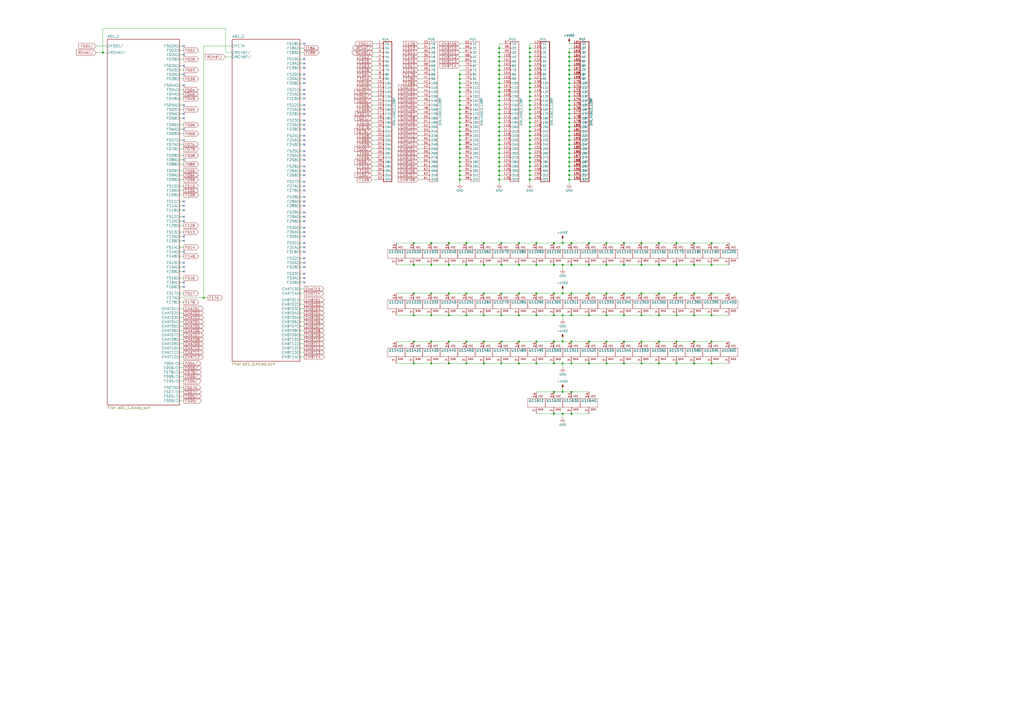
<source format=kicad_sch>
(kicad_sch (version 20211123) (generator eeschema)
  (paper "A2")
  (junction (at 321.31 140.97))
  (junction (at 280.67 198.12))
  (junction (at 382.27 170.18))
  (junction (at 266.7 99.06))
  (junction (at 307.34 38.1))
  (junction (at 321.31 227.33))
  (junction (at 307.34 101.6))
  (junction (at 311.15 140.97))
  (junction (at 307.34 60.96))
  (junction (at 240.03 198.12))
  (junction (at 330.2 45.72))
  (junction (at 266.7 45.72))
  (junction (at 402.59 182.88))
  (junction (at 382.27 198.12))
  (junction (at 326.39 210.82))
  (junction (at 290.83 170.18))
  (junction (at 289.56 104.14))
  (junction (at 270.51 182.88))
  (junction (at 372.11 198.12))
  (junction (at 250.19 140.97))
  (junction (at 290.83 153.67))
  (junction (at 307.34 40.64))
  (junction (at 402.59 153.67))
  (junction (at 307.34 78.74))
  (junction (at 280.67 210.82))
  (junction (at 307.34 68.58))
  (junction (at 392.43 198.12))
  (junction (at 307.34 76.2))
  (junction (at 260.35 210.82))
  (junction (at 260.35 182.88))
  (junction (at 330.2 58.42))
  (junction (at 289.56 33.02))
  (junction (at 289.56 71.12))
  (junction (at 307.34 96.52))
  (junction (at 307.34 93.98))
  (junction (at 289.56 58.42))
  (junction (at 270.51 170.18))
  (junction (at 266.7 50.8))
  (junction (at 330.2 104.14))
  (junction (at 412.75 210.82))
  (junction (at 289.56 78.74))
  (junction (at 266.7 66.04))
  (junction (at 330.2 78.74))
  (junction (at 372.11 170.18))
  (junction (at 331.47 153.67))
  (junction (at 326.39 182.88))
  (junction (at 331.47 198.12))
  (junction (at 289.56 63.5))
  (junction (at 289.56 99.06))
  (junction (at 260.35 153.67))
  (junction (at 289.56 35.56))
  (junction (at 402.59 140.97))
  (junction (at 250.19 210.82))
  (junction (at 266.7 78.74))
  (junction (at 307.34 45.72))
  (junction (at 372.11 153.67))
  (junction (at 307.34 48.26))
  (junction (at 266.7 104.14))
  (junction (at 330.2 83.82))
  (junction (at 311.15 153.67))
  (junction (at 300.99 182.88))
  (junction (at 289.56 83.82))
  (junction (at 307.34 99.06))
  (junction (at 289.56 48.26))
  (junction (at 266.7 96.52))
  (junction (at 341.63 198.12))
  (junction (at 402.59 210.82))
  (junction (at 326.39 227.33))
  (junction (at 311.15 182.88))
  (junction (at 266.7 60.96))
  (junction (at 307.34 43.18))
  (junction (at 266.7 101.6))
  (junction (at 270.51 198.12))
  (junction (at 270.51 153.67))
  (junction (at 266.7 88.9))
  (junction (at 330.2 38.1))
  (junction (at 311.15 210.82))
  (junction (at 240.03 140.97))
  (junction (at 321.31 210.82))
  (junction (at 392.43 140.97))
  (junction (at 289.56 45.72))
  (junction (at 307.34 55.88))
  (junction (at 372.11 182.88))
  (junction (at 250.19 170.18))
  (junction (at 321.31 153.67))
  (junction (at 372.11 140.97))
  (junction (at 412.75 182.88))
  (junction (at 311.15 198.12))
  (junction (at 266.7 91.44))
  (junction (at 307.34 27.94))
  (junction (at 289.56 68.58))
  (junction (at 341.63 170.18))
  (junction (at 289.56 50.8))
  (junction (at 300.99 198.12))
  (junction (at 289.56 55.88))
  (junction (at 307.34 71.12))
  (junction (at 289.56 60.96))
  (junction (at 260.35 140.97))
  (junction (at 330.2 68.58))
  (junction (at 330.2 93.98))
  (junction (at 307.34 91.44))
  (junction (at 300.99 153.67))
  (junction (at 372.11 210.82))
  (junction (at 326.39 198.12))
  (junction (at 412.75 198.12))
  (junction (at 307.34 83.82))
  (junction (at 331.47 182.88))
  (junction (at 361.95 210.82))
  (junction (at 266.7 43.18))
  (junction (at 330.2 66.04))
  (junction (at 321.31 198.12))
  (junction (at 289.56 43.18))
  (junction (at 341.63 140.97))
  (junction (at 289.56 27.94))
  (junction (at 330.2 50.8))
  (junction (at 280.67 140.97))
  (junction (at 330.2 60.96))
  (junction (at 280.67 170.18))
  (junction (at 330.2 63.5))
  (junction (at 351.79 182.88))
  (junction (at 382.27 140.97))
  (junction (at 266.7 63.5))
  (junction (at 300.99 140.97))
  (junction (at 330.2 43.18))
  (junction (at 118.11 172.72))
  (junction (at 307.34 58.42))
  (junction (at 307.34 81.28))
  (junction (at 289.56 66.04))
  (junction (at 289.56 86.36))
  (junction (at 260.35 170.18))
  (junction (at 289.56 96.52))
  (junction (at 331.47 240.03))
  (junction (at 290.83 210.82))
  (junction (at 331.47 227.33))
  (junction (at 326.39 240.03))
  (junction (at 321.31 182.88))
  (junction (at 412.75 140.97))
  (junction (at 392.43 182.88))
  (junction (at 240.03 182.88))
  (junction (at 307.34 30.48))
  (junction (at 361.95 153.67))
  (junction (at 270.51 210.82))
  (junction (at 289.56 53.34))
  (junction (at 307.34 86.36))
  (junction (at 280.67 153.67))
  (junction (at 341.63 153.67))
  (junction (at 330.2 53.34))
  (junction (at 331.47 170.18))
  (junction (at 240.03 170.18))
  (junction (at 307.34 50.8))
  (junction (at 330.2 40.64))
  (junction (at 351.79 198.12))
  (junction (at 289.56 88.9))
  (junction (at 392.43 170.18))
  (junction (at 266.7 76.2))
  (junction (at 330.2 33.02))
  (junction (at 361.95 140.97))
  (junction (at 266.7 71.12))
  (junction (at 326.39 140.97))
  (junction (at 330.2 71.12))
  (junction (at 330.2 73.66))
  (junction (at 307.34 66.04))
  (junction (at 402.59 198.12))
  (junction (at 300.99 170.18))
  (junction (at 330.2 35.56))
  (junction (at 300.99 210.82))
  (junction (at 250.19 153.67))
  (junction (at 289.56 40.64))
  (junction (at 266.7 83.82))
  (junction (at 361.95 170.18))
  (junction (at 250.19 182.88))
  (junction (at 240.03 153.67))
  (junction (at 289.56 73.66))
  (junction (at 289.56 30.48))
  (junction (at 266.7 93.98))
  (junction (at 351.79 140.97))
  (junction (at 270.51 140.97))
  (junction (at 330.2 101.6))
  (junction (at 289.56 81.28))
  (junction (at 361.95 198.12))
  (junction (at 330.2 55.88))
  (junction (at 351.79 170.18))
  (junction (at 351.79 210.82))
  (junction (at 382.27 153.67))
  (junction (at 330.2 76.2))
  (junction (at 290.83 140.97))
  (junction (at 266.7 81.28))
  (junction (at 341.63 210.82))
  (junction (at 260.35 198.12))
  (junction (at 59.69 30.48))
  (junction (at 289.56 91.44))
  (junction (at 289.56 38.1))
  (junction (at 341.63 182.88))
  (junction (at 307.34 73.66))
  (junction (at 412.75 170.18))
  (junction (at 307.34 33.02))
  (junction (at 266.7 48.26))
  (junction (at 290.83 182.88))
  (junction (at 289.56 76.2))
  (junction (at 307.34 35.56))
  (junction (at 266.7 58.42))
  (junction (at 266.7 55.88))
  (junction (at 382.27 182.88))
  (junction (at 266.7 53.34))
  (junction (at 330.2 99.06))
  (junction (at 321.31 240.03))
  (junction (at 330.2 96.52))
  (junction (at 321.31 170.18))
  (junction (at 326.39 170.18))
  (junction (at 330.2 81.28))
  (junction (at 240.03 210.82))
  (junction (at 330.2 48.26))
  (junction (at 330.2 91.44))
  (junction (at 289.56 101.6))
  (junction (at 412.75 153.67))
  (junction (at 307.34 63.5))
  (junction (at 331.47 210.82))
  (junction (at 382.27 210.82))
  (junction (at 392.43 153.67))
  (junction (at 351.79 153.67))
  (junction (at 392.43 210.82))
  (junction (at 289.56 93.98))
  (junction (at 361.95 182.88))
  (junction (at 266.7 73.66))
  (junction (at 266.7 68.58))
  (junction (at 330.2 88.9))
  (junction (at 330.2 30.48))
  (junction (at 307.34 104.14))
  (junction (at 330.2 86.36))
  (junction (at 307.34 88.9))
  (junction (at 266.7 86.36))
  (junction (at 326.39 153.67))
  (junction (at 311.15 170.18))
  (junction (at 331.47 140.97))
  (junction (at 250.19 198.12))
  (junction (at 280.67 182.88))
  (junction (at 290.83 198.12))
  (junction (at 402.59 170.18))
  (junction (at 307.34 53.34))
  (no_connect (at 106.68 68.58))
  (no_connect (at 176.53 123.19))
  (no_connect (at 176.53 34.29))
  (no_connect (at 106.68 119.38))
  (no_connect (at 176.53 158.75))
  (no_connect (at 176.53 92.71))
  (no_connect (at 106.68 116.84))
  (no_connect (at 176.53 99.06))
  (no_connect (at 106.68 121.92))
  (no_connect (at 106.68 125.73))
  (no_connect (at 176.53 52.07))
  (no_connect (at 176.53 116.84))
  (no_connect (at 176.53 110.49))
  (no_connect (at 106.68 146.05))
  (no_connect (at 176.53 105.41))
  (no_connect (at 176.53 83.82))
  (no_connect (at 176.53 45.72))
  (no_connect (at 176.53 140.97))
  (no_connect (at 106.68 157.48))
  (no_connect (at 176.53 152.4))
  (no_connect (at 176.53 36.83))
  (no_connect (at 176.53 149.86))
  (no_connect (at 176.53 78.74))
  (no_connect (at 176.53 90.17))
  (no_connect (at 106.68 137.16))
  (no_connect (at 176.53 54.61))
  (no_connect (at 106.68 166.37))
  (no_connect (at 106.68 26.67))
  (no_connect (at 106.68 154.94))
  (no_connect (at 176.53 48.26))
  (no_connect (at 106.68 81.28))
  (no_connect (at 176.53 96.52))
  (no_connect (at 176.53 114.3))
  (no_connect (at 176.53 81.28))
  (no_connect (at 176.53 125.73))
  (no_connect (at 176.53 43.18))
  (no_connect (at 176.53 60.96))
  (no_connect (at 176.53 57.15))
  (no_connect (at 176.53 39.37))
  (no_connect (at 106.68 60.96))
  (no_connect (at 106.68 152.4))
  (no_connect (at 176.53 163.83))
  (no_connect (at 106.68 66.04))
  (no_connect (at 106.68 38.1))
  (no_connect (at 176.53 25.4))
  (no_connect (at 176.53 161.29))
  (no_connect (at 176.53 143.51))
  (no_connect (at 106.68 74.93))
  (no_connect (at 106.68 92.71))
  (no_connect (at 176.53 87.63))
  (no_connect (at 176.53 119.38))
  (no_connect (at 176.53 69.85))
  (no_connect (at 106.68 128.27))
  (no_connect (at 176.53 72.39))
  (no_connect (at 176.53 146.05))
  (no_connect (at 176.53 132.08))
  (no_connect (at 176.53 137.16))
  (no_connect (at 106.68 139.7))
  (no_connect (at 176.53 74.93))
  (no_connect (at 176.53 154.94))
  (no_connect (at 106.68 31.75))
  (no_connect (at 176.53 107.95))
  (no_connect (at 176.53 101.6))
  (no_connect (at 106.68 43.18))
  (no_connect (at 106.68 49.53))
  (no_connect (at 176.53 66.04))
  (no_connect (at 176.53 128.27))
  (no_connect (at 176.53 63.5))
  (no_connect (at 106.68 163.83))
  (no_connect (at 176.53 134.62))
  (wire (pts (xy 361.95 140.97) (xy 372.11 140.97)))
  (wire (pts (xy 289.56 66.04) (xy 292.1 66.04)))
  (wire (pts (xy 270.51 153.67) (xy 280.67 153.67)))
  (wire (pts (xy 242.57 96.52) (xy 245.11 96.52)))
  (wire (pts (xy 307.34 88.9) (xy 309.88 88.9)))
  (wire (pts (xy 250.19 140.97) (xy 260.35 140.97)))
  (wire (pts (xy 361.95 210.82) (xy 372.11 210.82)))
  (wire (pts (xy 176.53 110.49) (xy 173.99 110.49)))
  (wire (pts (xy 130.81 16.51) (xy 130.81 30.48)))
  (wire (pts (xy 245.11 27.94) (xy 242.57 27.94)))
  (wire (pts (xy 330.2 73.66) (xy 332.74 73.66)))
  (wire (pts (xy 326.39 240.03) (xy 331.47 240.03)))
  (wire (pts (xy 330.2 88.9) (xy 332.74 88.9)))
  (wire (pts (xy 372.11 140.97) (xy 382.27 140.97)))
  (wire (pts (xy 289.56 101.6) (xy 289.56 104.14)))
  (wire (pts (xy 307.34 91.44) (xy 309.88 91.44)))
  (wire (pts (xy 330.2 43.18) (xy 330.2 45.72)))
  (wire (pts (xy 242.57 50.8) (xy 245.11 50.8)))
  (wire (pts (xy 266.7 71.12) (xy 266.7 73.66)))
  (wire (pts (xy 104.14 60.96) (xy 106.68 60.96)))
  (wire (pts (xy 176.53 48.26) (xy 173.99 48.26)))
  (wire (pts (xy 266.7 50.8) (xy 269.24 50.8)))
  (wire (pts (xy 104.14 134.62) (xy 106.68 134.62)))
  (wire (pts (xy 118.11 26.67) (xy 134.62 26.67)))
  (wire (pts (xy 245.11 40.64) (xy 242.57 40.64)))
  (wire (pts (xy 330.2 99.06) (xy 332.74 99.06)))
  (wire (pts (xy 289.56 55.88) (xy 292.1 55.88)))
  (wire (pts (xy 300.99 198.12) (xy 311.15 198.12)))
  (wire (pts (xy 215.9 99.06) (xy 218.44 99.06)))
  (wire (pts (xy 309.88 27.94) (xy 307.34 27.94)))
  (wire (pts (xy 307.34 60.96) (xy 307.34 63.5)))
  (wire (pts (xy 412.75 182.88) (xy 422.91 182.88)))
  (wire (pts (xy 104.14 172.72) (xy 118.11 172.72)))
  (wire (pts (xy 289.56 38.1) (xy 289.56 40.64)))
  (wire (pts (xy 330.2 66.04) (xy 330.2 68.58)))
  (wire (pts (xy 330.2 33.02) (xy 332.74 33.02)))
  (wire (pts (xy 266.7 30.48) (xy 269.24 30.48)))
  (wire (pts (xy 372.11 182.88) (xy 382.27 182.88)))
  (wire (pts (xy 330.2 91.44) (xy 332.74 91.44)))
  (wire (pts (xy 130.81 30.48) (xy 134.62 30.48)))
  (wire (pts (xy 106.68 74.93) (xy 104.14 74.93)))
  (wire (pts (xy 104.14 107.95) (xy 106.68 107.95)))
  (wire (pts (xy 229.87 170.18) (xy 240.03 170.18)))
  (wire (pts (xy 341.63 210.82) (xy 351.79 210.82)))
  (wire (pts (xy 307.34 30.48) (xy 309.88 30.48)))
  (wire (pts (xy 289.56 33.02) (xy 292.1 33.02)))
  (wire (pts (xy 266.7 43.18) (xy 269.24 43.18)))
  (wire (pts (xy 218.44 66.04) (xy 215.9 66.04)))
  (wire (pts (xy 330.2 96.52) (xy 330.2 99.06)))
  (wire (pts (xy 266.7 101.6) (xy 269.24 101.6)))
  (wire (pts (xy 176.53 116.84) (xy 173.99 116.84)))
  (wire (pts (xy 106.68 66.04) (xy 104.14 66.04)))
  (wire (pts (xy 245.11 30.48) (xy 242.57 30.48)))
  (wire (pts (xy 289.56 63.5) (xy 289.56 66.04)))
  (wire (pts (xy 242.57 68.58) (xy 245.11 68.58)))
  (wire (pts (xy 307.34 45.72) (xy 309.88 45.72)))
  (wire (pts (xy 106.68 181.61) (xy 104.14 181.61)))
  (wire (pts (xy 218.44 71.12) (xy 215.9 71.12)))
  (wire (pts (xy 290.83 210.82) (xy 300.99 210.82)))
  (wire (pts (xy 104.14 49.53) (xy 106.68 49.53)))
  (wire (pts (xy 332.74 27.94) (xy 330.2 27.94)))
  (wire (pts (xy 134.62 33.02) (xy 130.81 33.02)))
  (wire (pts (xy 176.53 179.07) (xy 173.99 179.07)))
  (wire (pts (xy 173.99 105.41) (xy 176.53 105.41)))
  (wire (pts (xy 307.34 78.74) (xy 309.88 78.74)))
  (wire (pts (xy 311.15 210.82) (xy 321.31 210.82)))
  (wire (pts (xy 260.35 210.82) (xy 270.51 210.82)))
  (wire (pts (xy 307.34 30.48) (xy 307.34 33.02)))
  (wire (pts (xy 106.68 110.49) (xy 104.14 110.49)))
  (wire (pts (xy 242.57 76.2) (xy 245.11 76.2)))
  (wire (pts (xy 59.69 16.51) (xy 130.81 16.51)))
  (wire (pts (xy 330.2 68.58) (xy 332.74 68.58)))
  (wire (pts (xy 307.34 99.06) (xy 309.88 99.06)))
  (wire (pts (xy 330.2 50.8) (xy 332.74 50.8)))
  (wire (pts (xy 300.99 210.82) (xy 311.15 210.82)))
  (wire (pts (xy 266.7 63.5) (xy 269.24 63.5)))
  (wire (pts (xy 289.56 58.42) (xy 292.1 58.42)))
  (wire (pts (xy 289.56 73.66) (xy 289.56 76.2)))
  (wire (pts (xy 289.56 63.5) (xy 292.1 63.5)))
  (wire (pts (xy 326.39 240.03) (xy 326.39 242.57)))
  (wire (pts (xy 260.35 182.88) (xy 270.51 182.88)))
  (wire (pts (xy 392.43 198.12) (xy 402.59 198.12)))
  (wire (pts (xy 326.39 170.18) (xy 331.47 170.18)))
  (wire (pts (xy 307.34 91.44) (xy 307.34 93.98)))
  (wire (pts (xy 341.63 153.67) (xy 351.79 153.67)))
  (wire (pts (xy 218.44 96.52) (xy 215.9 96.52)))
  (wire (pts (xy 326.39 227.33) (xy 326.39 224.79)))
  (wire (pts (xy 176.53 99.06) (xy 173.99 99.06)))
  (wire (pts (xy 176.53 72.39) (xy 173.99 72.39)))
  (wire (pts (xy 106.68 31.75) (xy 104.14 31.75)))
  (wire (pts (xy 104.14 90.17) (xy 106.68 90.17)))
  (wire (pts (xy 307.34 76.2) (xy 309.88 76.2)))
  (wire (pts (xy 173.99 87.63) (xy 176.53 87.63)))
  (wire (pts (xy 307.34 27.94) (xy 307.34 30.48)))
  (wire (pts (xy 176.53 54.61) (xy 173.99 54.61)))
  (wire (pts (xy 240.03 140.97) (xy 250.19 140.97)))
  (wire (pts (xy 173.99 43.18) (xy 176.53 43.18)))
  (wire (pts (xy 331.47 140.97) (xy 341.63 140.97)))
  (wire (pts (xy 412.75 140.97) (xy 422.91 140.97)))
  (wire (pts (xy 104.14 26.67) (xy 106.68 26.67)))
  (wire (pts (xy 289.56 53.34) (xy 289.56 55.88)))
  (wire (pts (xy 266.7 93.98) (xy 266.7 96.52)))
  (wire (pts (xy 176.53 199.39) (xy 173.99 199.39)))
  (wire (pts (xy 321.31 227.33) (xy 326.39 227.33)))
  (wire (pts (xy 412.75 153.67) (xy 422.91 153.67)))
  (wire (pts (xy 266.7 45.72) (xy 269.24 45.72)))
  (wire (pts (xy 106.68 196.85) (xy 104.14 196.85)))
  (wire (pts (xy 307.34 43.18) (xy 307.34 45.72)))
  (wire (pts (xy 307.34 93.98) (xy 307.34 96.52)))
  (wire (pts (xy 330.2 38.1) (xy 332.74 38.1)))
  (wire (pts (xy 307.34 66.04) (xy 309.88 66.04)))
  (wire (pts (xy 173.99 60.96) (xy 176.53 60.96)))
  (wire (pts (xy 176.53 201.93) (xy 173.99 201.93)))
  (wire (pts (xy 218.44 63.5) (xy 215.9 63.5)))
  (wire (pts (xy 270.51 140.97) (xy 280.67 140.97)))
  (wire (pts (xy 321.31 182.88) (xy 326.39 182.88)))
  (wire (pts (xy 266.7 66.04) (xy 269.24 66.04)))
  (wire (pts (xy 245.11 45.72) (xy 242.57 45.72)))
  (wire (pts (xy 245.11 25.4) (xy 242.57 25.4)))
  (wire (pts (xy 332.74 30.48) (xy 330.2 30.48)))
  (wire (pts (xy 311.15 182.88) (xy 321.31 182.88)))
  (wire (pts (xy 361.95 170.18) (xy 372.11 170.18)))
  (wire (pts (xy 326.39 210.82) (xy 326.39 213.36)))
  (wire (pts (xy 218.44 58.42) (xy 215.9 58.42)))
  (wire (pts (xy 330.2 33.02) (xy 330.2 35.56)))
  (wire (pts (xy 289.56 43.18) (xy 289.56 45.72)))
  (wire (pts (xy 326.39 227.33) (xy 331.47 227.33)))
  (wire (pts (xy 280.67 182.88) (xy 290.83 182.88)))
  (wire (pts (xy 382.27 210.82) (xy 392.43 210.82)))
  (wire (pts (xy 173.99 140.97) (xy 176.53 140.97)))
  (wire (pts (xy 330.2 27.94) (xy 330.2 30.48)))
  (wire (pts (xy 173.99 114.3) (xy 176.53 114.3)))
  (wire (pts (xy 215.9 33.02) (xy 218.44 33.02)))
  (wire (pts (xy 106.68 137.16) (xy 104.14 137.16)))
  (wire (pts (xy 242.57 93.98) (xy 245.11 93.98)))
  (wire (pts (xy 372.11 210.82) (xy 382.27 210.82)))
  (wire (pts (xy 330.2 86.36) (xy 330.2 88.9)))
  (wire (pts (xy 307.34 25.4) (xy 307.34 27.94)))
  (wire (pts (xy 330.2 45.72) (xy 332.74 45.72)))
  (wire (pts (xy 106.68 179.07) (xy 104.14 179.07)))
  (wire (pts (xy 307.34 83.82) (xy 309.88 83.82)))
  (wire (pts (xy 266.7 53.34) (xy 266.7 55.88)))
  (wire (pts (xy 311.15 240.03) (xy 321.31 240.03)))
  (wire (pts (xy 173.99 96.52) (xy 176.53 96.52)))
  (wire (pts (xy 176.53 45.72) (xy 173.99 45.72)))
  (wire (pts (xy 412.75 198.12) (xy 422.91 198.12)))
  (wire (pts (xy 402.59 153.67) (xy 412.75 153.67)))
  (wire (pts (xy 218.44 81.28) (xy 215.9 81.28)))
  (wire (pts (xy 266.7 104.14) (xy 269.24 104.14)))
  (wire (pts (xy 300.99 140.97) (xy 311.15 140.97)))
  (wire (pts (xy 289.56 50.8) (xy 289.56 53.34)))
  (wire (pts (xy 392.43 140.97) (xy 402.59 140.97)))
  (wire (pts (xy 307.34 55.88) (xy 307.34 58.42)))
  (wire (pts (xy 307.34 50.8) (xy 309.88 50.8)))
  (wire (pts (xy 104.14 81.28) (xy 106.68 81.28)))
  (wire (pts (xy 330.2 40.64) (xy 332.74 40.64)))
  (wire (pts (xy 289.56 91.44) (xy 289.56 93.98)))
  (wire (pts (xy 289.56 104.14) (xy 292.1 104.14)))
  (wire (pts (xy 106.68 121.92) (xy 104.14 121.92)))
  (wire (pts (xy 106.68 128.27) (xy 104.14 128.27)))
  (wire (pts (xy 326.39 182.88) (xy 326.39 185.42)))
  (wire (pts (xy 290.83 140.97) (xy 300.99 140.97)))
  (wire (pts (xy 176.53 161.29) (xy 173.99 161.29)))
  (wire (pts (xy 266.7 91.44) (xy 266.7 93.98)))
  (wire (pts (xy 392.43 153.67) (xy 402.59 153.67)))
  (wire (pts (xy 176.53 101.6) (xy 173.99 101.6)))
  (wire (pts (xy 330.2 78.74) (xy 332.74 78.74)))
  (wire (pts (xy 307.34 96.52) (xy 309.88 96.52)))
  (wire (pts (xy 176.53 39.37) (xy 173.99 39.37)))
  (wire (pts (xy 176.53 181.61) (xy 173.99 181.61)))
  (wire (pts (xy 176.53 66.04) (xy 173.99 66.04)))
  (wire (pts (xy 266.7 73.66) (xy 266.7 76.2)))
  (wire (pts (xy 242.57 104.14) (xy 245.11 104.14)))
  (wire (pts (xy 229.87 210.82) (xy 240.03 210.82)))
  (wire (pts (xy 326.39 198.12) (xy 331.47 198.12)))
  (wire (pts (xy 176.53 125.73) (xy 173.99 125.73)))
  (wire (pts (xy 250.19 198.12) (xy 260.35 198.12)))
  (wire (pts (xy 106.68 184.15) (xy 104.14 184.15)))
  (wire (pts (xy 330.2 96.52) (xy 332.74 96.52)))
  (wire (pts (xy 242.57 78.74) (xy 245.11 78.74)))
  (wire (pts (xy 215.9 40.64) (xy 218.44 40.64)))
  (wire (pts (xy 106.68 34.29) (xy 104.14 34.29)))
  (wire (pts (xy 289.56 73.66) (xy 292.1 73.66)))
  (wire (pts (xy 218.44 83.82) (xy 215.9 83.82)))
  (wire (pts (xy 330.2 71.12) (xy 330.2 73.66)))
  (wire (pts (xy 289.56 81.28) (xy 289.56 83.82)))
  (wire (pts (xy 326.39 140.97) (xy 331.47 140.97)))
  (wire (pts (xy 289.56 66.04) (xy 289.56 68.58)))
  (wire (pts (xy 218.44 78.74) (xy 215.9 78.74)))
  (wire (pts (xy 173.99 123.19) (xy 176.53 123.19)))
  (wire (pts (xy 321.31 170.18) (xy 326.39 170.18)))
  (wire (pts (xy 330.2 50.8) (xy 330.2 53.34)))
  (wire (pts (xy 289.56 35.56) (xy 292.1 35.56)))
  (wire (pts (xy 104.14 52.07) (xy 106.68 52.07)))
  (wire (pts (xy 266.7 25.4) (xy 269.24 25.4)))
  (wire (pts (xy 218.44 86.36) (xy 215.9 86.36)))
  (wire (pts (xy 266.7 48.26) (xy 269.24 48.26)))
  (wire (pts (xy 307.34 55.88) (xy 309.88 55.88)))
  (wire (pts (xy 106.68 130.81) (xy 104.14 130.81)))
  (wire (pts (xy 326.39 140.97) (xy 326.39 138.43)))
  (wire (pts (xy 321.31 153.67) (xy 326.39 153.67)))
  (wire (pts (xy 266.7 76.2) (xy 269.24 76.2)))
  (wire (pts (xy 266.7 55.88) (xy 269.24 55.88)))
  (wire (pts (xy 270.51 170.18) (xy 280.67 170.18)))
  (wire (pts (xy 280.67 210.82) (xy 290.83 210.82)))
  (wire (pts (xy 176.53 143.51) (xy 173.99 143.51)))
  (wire (pts (xy 307.34 63.5) (xy 307.34 66.04)))
  (wire (pts (xy 242.57 66.04) (xy 245.11 66.04)))
  (wire (pts (xy 118.11 172.72) (xy 120.65 172.72)))
  (wire (pts (xy 176.53 173.99) (xy 173.99 173.99)))
  (wire (pts (xy 289.56 40.64) (xy 289.56 43.18)))
  (wire (pts (xy 289.56 93.98) (xy 292.1 93.98)))
  (wire (pts (xy 330.2 25.4) (xy 330.2 24.13)))
  (wire (pts (xy 351.79 140.97) (xy 361.95 140.97)))
  (wire (pts (xy 330.2 76.2) (xy 330.2 78.74)))
  (wire (pts (xy 176.53 36.83) (xy 173.99 36.83)))
  (wire (pts (xy 106.68 139.7) (xy 104.14 139.7)))
  (wire (pts (xy 330.2 45.72) (xy 330.2 48.26)))
  (wire (pts (xy 176.53 81.28) (xy 173.99 81.28)))
  (wire (pts (xy 106.68 163.83) (xy 104.14 163.83)))
  (wire (pts (xy 176.53 107.95) (xy 173.99 107.95)))
  (wire (pts (xy 307.34 76.2) (xy 307.34 78.74)))
  (wire (pts (xy 307.34 78.74) (xy 307.34 81.28)))
  (wire (pts (xy 326.39 153.67) (xy 326.39 156.21)))
  (wire (pts (xy 266.7 81.28) (xy 269.24 81.28)))
  (wire (pts (xy 289.56 99.06) (xy 292.1 99.06)))
  (wire (pts (xy 289.56 60.96) (xy 292.1 60.96)))
  (wire (pts (xy 382.27 140.97) (xy 392.43 140.97)))
  (wire (pts (xy 307.34 104.14) (xy 309.88 104.14)))
  (wire (pts (xy 242.57 73.66) (xy 245.11 73.66)))
  (wire (pts (xy 307.34 53.34) (xy 307.34 55.88)))
  (wire (pts (xy 266.7 35.56) (xy 269.24 35.56)))
  (wire (pts (xy 266.7 99.06) (xy 266.7 101.6)))
  (wire (pts (xy 266.7 86.36) (xy 266.7 88.9)))
  (wire (pts (xy 402.59 198.12) (xy 412.75 198.12)))
  (wire (pts (xy 351.79 153.67) (xy 361.95 153.67)))
  (wire (pts (xy 330.2 60.96) (xy 330.2 63.5)))
  (wire (pts (xy 118.11 172.72) (xy 118.11 26.67)))
  (wire (pts (xy 307.34 88.9) (xy 307.34 91.44)))
  (wire (pts (xy 307.34 40.64) (xy 309.88 40.64)))
  (wire (pts (xy 266.7 71.12) (xy 269.24 71.12)))
  (wire (pts (xy 176.53 74.93) (xy 173.99 74.93)))
  (wire (pts (xy 330.2 86.36) (xy 332.74 86.36)))
  (wire (pts (xy 330.2 68.58) (xy 330.2 71.12)))
  (wire (pts (xy 280.67 140.97) (xy 290.83 140.97)))
  (wire (pts (xy 106.68 154.94) (xy 104.14 154.94)))
  (wire (pts (xy 240.03 153.67) (xy 250.19 153.67)))
  (wire (pts (xy 266.7 55.88) (xy 266.7 58.42)))
  (wire (pts (xy 176.53 170.18) (xy 173.99 170.18)))
  (wire (pts (xy 307.34 48.26) (xy 309.88 48.26)))
  (wire (pts (xy 218.44 93.98) (xy 215.9 93.98)))
  (wire (pts (xy 331.47 170.18) (xy 341.63 170.18)))
  (wire (pts (xy 332.74 25.4) (xy 330.2 25.4)))
  (wire (pts (xy 104.14 72.39) (xy 106.68 72.39)))
  (wire (pts (xy 307.34 101.6) (xy 309.88 101.6)))
  (wire (pts (xy 176.53 167.64) (xy 173.99 167.64)))
  (wire (pts (xy 245.11 48.26) (xy 242.57 48.26)))
  (wire (pts (xy 412.75 210.82) (xy 422.91 210.82)))
  (wire (pts (xy 412.75 170.18) (xy 422.91 170.18)))
  (wire (pts (xy 218.44 48.26) (xy 215.9 48.26)))
  (wire (pts (xy 106.68 77.47) (xy 104.14 77.47)))
  (wire (pts (xy 307.34 33.02) (xy 309.88 33.02)))
  (wire (pts (xy 307.34 33.02) (xy 307.34 35.56)))
  (wire (pts (xy 289.56 48.26) (xy 292.1 48.26)))
  (wire (pts (xy 104.14 229.87) (xy 106.68 229.87)))
  (wire (pts (xy 331.47 153.67) (xy 341.63 153.67)))
  (wire (pts (xy 351.79 210.82) (xy 361.95 210.82)))
  (wire (pts (xy 330.2 104.14) (xy 330.2 106.68)))
  (wire (pts (xy 307.34 83.82) (xy 307.34 86.36)))
  (wire (pts (xy 290.83 170.18) (xy 300.99 170.18)))
  (wire (pts (xy 173.99 78.74) (xy 176.53 78.74)))
  (wire (pts (xy 326.39 210.82) (xy 331.47 210.82)))
  (wire (pts (xy 289.56 25.4) (xy 289.56 27.94)))
  (wire (pts (xy 289.56 88.9) (xy 292.1 88.9)))
  (wire (pts (xy 280.67 198.12) (xy 290.83 198.12)))
  (wire (pts (xy 330.2 66.04) (xy 332.74 66.04)))
  (wire (pts (xy 218.44 73.66) (xy 215.9 73.66)))
  (wire (pts (xy 176.53 152.4) (xy 173.99 152.4)))
  (wire (pts (xy 330.2 58.42) (xy 330.2 60.96)))
  (wire (pts (xy 289.56 33.02) (xy 289.56 35.56)))
  (wire (pts (xy 104.14 38.1) (xy 106.68 38.1)))
  (wire (pts (xy 176.53 119.38) (xy 173.99 119.38)))
  (wire (pts (xy 173.99 132.08) (xy 176.53 132.08)))
  (wire (pts (xy 106.68 45.72) (xy 104.14 45.72)))
  (wire (pts (xy 289.56 76.2) (xy 289.56 78.74)))
  (wire (pts (xy 382.27 198.12) (xy 392.43 198.12)))
  (wire (pts (xy 300.99 170.18) (xy 311.15 170.18)))
  (wire (pts (xy 289.56 96.52) (xy 292.1 96.52)))
  (wire (pts (xy 311.15 227.33) (xy 321.31 227.33)))
  (wire (pts (xy 330.2 91.44) (xy 330.2 93.98)))
  (wire (pts (xy 330.2 101.6) (xy 332.74 101.6)))
  (wire (pts (xy 176.53 196.85) (xy 173.99 196.85)))
  (wire (pts (xy 106.68 186.69) (xy 104.14 186.69)))
  (wire (pts (xy 289.56 93.98) (xy 289.56 96.52)))
  (wire (pts (xy 176.53 92.71) (xy 173.99 92.71)))
  (wire (pts (xy 173.99 52.07) (xy 176.53 52.07)))
  (wire (pts (xy 242.57 99.06) (xy 245.11 99.06)))
  (wire (pts (xy 245.11 35.56) (xy 242.57 35.56)))
  (wire (pts (xy 173.99 25.4) (xy 176.53 25.4)))
  (wire (pts (xy 290.83 198.12) (xy 300.99 198.12)))
  (wire (pts (xy 290.83 182.88) (xy 300.99 182.88)))
  (wire (pts (xy 104.14 29.21) (xy 106.68 29.21)))
  (wire (pts (xy 307.34 35.56) (xy 309.88 35.56)))
  (wire (pts (xy 289.56 30.48) (xy 292.1 30.48)))
  (wire (pts (xy 266.7 43.18) (xy 266.7 45.72)))
  (wire (pts (xy 266.7 27.94) (xy 269.24 27.94)))
  (wire (pts (xy 242.57 83.82) (xy 245.11 83.82)))
  (wire (pts (xy 330.2 48.26) (xy 330.2 50.8)))
  (wire (pts (xy 402.59 140.97) (xy 412.75 140.97)))
  (wire (pts (xy 176.53 27.94) (xy 173.99 27.94)))
  (wire (pts (xy 229.87 153.67) (xy 240.03 153.67)))
  (wire (pts (xy 289.56 99.06) (xy 289.56 101.6)))
  (wire (pts (xy 250.19 182.88) (xy 260.35 182.88)))
  (wire (pts (xy 106.68 92.71) (xy 104.14 92.71)))
  (wire (pts (xy 266.7 88.9) (xy 266.7 91.44)))
  (wire (pts (xy 240.03 170.18) (xy 250.19 170.18)))
  (wire (pts (xy 266.7 83.82) (xy 266.7 86.36)))
  (wire (pts (xy 361.95 198.12) (xy 372.11 198.12)))
  (wire (pts (xy 331.47 210.82) (xy 341.63 210.82)))
  (wire (pts (xy 215.9 91.44) (xy 218.44 91.44)))
  (wire (pts (xy 330.2 88.9) (xy 330.2 91.44)))
  (wire (pts (xy 176.53 163.83) (xy 173.99 163.83)))
  (wire (pts (xy 266.7 99.06) (xy 269.24 99.06)))
  (wire (pts (xy 260.35 170.18) (xy 270.51 170.18)))
  (wire (pts (xy 266.7 40.64) (xy 269.24 40.64)))
  (wire (pts (xy 307.34 86.36) (xy 307.34 88.9)))
  (wire (pts (xy 266.7 96.52) (xy 266.7 99.06)))
  (wire (pts (xy 104.14 220.98) (xy 106.68 220.98)))
  (wire (pts (xy 307.34 73.66) (xy 307.34 76.2)))
  (wire (pts (xy 382.27 153.67) (xy 392.43 153.67)))
  (wire (pts (xy 289.56 45.72) (xy 292.1 45.72)))
  (wire (pts (xy 326.39 182.88) (xy 331.47 182.88)))
  (wire (pts (xy 266.7 83.82) (xy 269.24 83.82)))
  (wire (pts (xy 106.68 95.25) (xy 104.14 95.25)))
  (wire (pts (xy 106.68 57.15) (xy 104.14 57.15)))
  (wire (pts (xy 330.2 83.82) (xy 332.74 83.82)))
  (wire (pts (xy 289.56 91.44) (xy 292.1 91.44)))
  (wire (pts (xy 289.56 68.58) (xy 289.56 71.12)))
  (wire (pts (xy 330.2 58.42) (xy 332.74 58.42)))
  (wire (pts (xy 331.47 240.03) (xy 341.63 240.03)))
  (wire (pts (xy 173.99 34.29) (xy 176.53 34.29)))
  (wire (pts (xy 280.67 170.18) (xy 290.83 170.18)))
  (wire (pts (xy 289.56 45.72) (xy 289.56 48.26)))
  (wire (pts (xy 215.9 43.18) (xy 218.44 43.18)))
  (wire (pts (xy 176.53 57.15) (xy 173.99 57.15)))
  (wire (pts (xy 330.2 81.28) (xy 330.2 83.82)))
  (wire (pts (xy 242.57 63.5) (xy 245.11 63.5)))
  (wire (pts (xy 392.43 170.18) (xy 402.59 170.18)))
  (wire (pts (xy 307.34 58.42) (xy 307.34 60.96)))
  (wire (pts (xy 242.57 53.34) (xy 245.11 53.34)))
  (wire (pts (xy 289.56 81.28) (xy 292.1 81.28)))
  (wire (pts (xy 321.31 140.97) (xy 326.39 140.97)))
  (wire (pts (xy 250.19 153.67) (xy 260.35 153.67)))
  (wire (pts (xy 266.7 96.52) (xy 269.24 96.52)))
  (wire (pts (xy 341.63 140.97) (xy 351.79 140.97)))
  (wire (pts (xy 250.19 210.82) (xy 260.35 210.82)))
  (wire (pts (xy 245.11 38.1) (xy 242.57 38.1)))
  (wire (pts (xy 289.56 27.94) (xy 289.56 30.48)))
  (wire (pts (xy 106.68 119.38) (xy 104.14 119.38)))
  (wire (pts (xy 326.39 153.67) (xy 331.47 153.67)))
  (wire (pts (xy 307.34 43.18) (xy 309.88 43.18)))
  (wire (pts (xy 289.56 83.82) (xy 292.1 83.82)))
  (wire (pts (xy 106.68 175.26) (xy 104.14 175.26)))
  (wire (pts (xy 106.68 43.18) (xy 104.14 43.18)))
  (wire (pts (xy 240.03 198.12) (xy 250.19 198.12)))
  (wire (pts (xy 266.7 50.8) (xy 266.7 53.34)))
  (wire (pts (xy 266.7 73.66) (xy 269.24 73.66)))
  (wire (pts (xy 106.68 157.48) (xy 104.14 157.48)))
  (wire (pts (xy 402.59 170.18) (xy 412.75 170.18)))
  (wire (pts (xy 351.79 170.18) (xy 361.95 170.18)))
  (wire (pts (xy 289.56 76.2) (xy 292.1 76.2)))
  (wire (pts (xy 176.53 146.05) (xy 173.99 146.05)))
  (wire (pts (xy 289.56 86.36) (xy 292.1 86.36)))
  (wire (pts (xy 330.2 93.98) (xy 330.2 96.52)))
  (wire (pts (xy 307.34 93.98) (xy 309.88 93.98)))
  (wire (pts (xy 289.56 78.74) (xy 289.56 81.28)))
  (wire (pts (xy 260.35 198.12) (xy 270.51 198.12)))
  (wire (pts (xy 104.14 40.64) (xy 106.68 40.64)))
  (wire (pts (xy 104.14 210.82) (xy 106.68 210.82)))
  (wire (pts (xy 176.53 204.47) (xy 173.99 204.47)))
  (wire (pts (xy 330.2 101.6) (xy 330.2 104.14)))
  (wire (pts (xy 300.99 153.67) (xy 311.15 153.67)))
  (wire (pts (xy 55.88 30.48) (xy 59.69 30.48)))
  (wire (pts (xy 330.2 83.82) (xy 330.2 86.36)))
  (wire (pts (xy 245.11 43.18) (xy 242.57 43.18)))
  (wire (pts (xy 341.63 198.12) (xy 351.79 198.12)))
  (wire (pts (xy 218.44 55.88) (xy 215.9 55.88)))
  (wire (pts (xy 106.68 113.03) (xy 104.14 113.03)))
  (wire (pts (xy 176.53 207.01) (xy 173.99 207.01)))
  (wire (pts (xy 402.59 182.88) (xy 412.75 182.88)))
  (wire (pts (xy 173.99 158.75) (xy 176.53 158.75)))
  (wire (pts (xy 290.83 153.67) (xy 300.99 153.67)))
  (wire (pts (xy 106.68 101.6) (xy 104.14 101.6)))
  (wire (pts (xy 218.44 104.14) (xy 215.9 104.14)))
  (wire (pts (xy 242.57 71.12) (xy 245.11 71.12)))
  (wire (pts (xy 104.14 227.33) (xy 106.68 227.33)))
  (wire (pts (xy 215.9 30.48) (xy 218.44 30.48)))
  (wire (pts (xy 307.34 68.58) (xy 309.88 68.58)))
  (wire (pts (xy 330.2 53.34) (xy 332.74 53.34)))
  (wire (pts (xy 176.53 194.31) (xy 173.99 194.31)))
  (wire (pts (xy 218.44 68.58) (xy 215.9 68.58)))
  (wire (pts (xy 59.69 30.48) (xy 59.69 16.51)))
  (wire (pts (xy 307.34 40.64) (xy 307.34 43.18)))
  (wire (pts (xy 266.7 63.5) (xy 266.7 66.04)))
  (wire (pts (xy 176.53 137.16) (xy 173.99 137.16)))
  (wire (pts (xy 307.34 73.66) (xy 309.88 73.66)))
  (wire (pts (xy 307.34 101.6) (xy 307.34 104.14)))
  (wire (pts (xy 330.2 55.88) (xy 330.2 58.42)))
  (wire (pts (xy 176.53 63.5) (xy 173.99 63.5)))
  (wire (pts (xy 311.15 170.18) (xy 321.31 170.18)))
  (wire (pts (xy 289.56 58.42) (xy 289.56 60.96)))
  (wire (pts (xy 289.56 96.52) (xy 289.56 99.06)))
  (wire (pts (xy 307.34 63.5) (xy 309.88 63.5)))
  (wire (pts (xy 382.27 182.88) (xy 392.43 182.88)))
  (wire (pts (xy 176.53 184.15) (xy 173.99 184.15)))
  (wire (pts (xy 106.68 189.23) (xy 104.14 189.23)))
  (wire (pts (xy 289.56 53.34) (xy 292.1 53.34)))
  (wire (pts (xy 341.63 170.18) (xy 351.79 170.18)))
  (wire (pts (xy 106.68 146.05) (xy 104.14 146.05)))
  (wire (pts (xy 104.14 213.36) (xy 106.68 213.36)))
  (wire (pts (xy 104.14 63.5) (xy 106.68 63.5)))
  (wire (pts (xy 330.2 40.64) (xy 330.2 43.18)))
  (wire (pts (xy 307.34 66.04) (xy 307.34 68.58)))
  (wire (pts (xy 104.14 161.29) (xy 106.68 161.29)))
  (wire (pts (xy 266.7 38.1) (xy 269.24 38.1)))
  (wire (pts (xy 215.9 88.9) (xy 218.44 88.9)))
  (wire (pts (xy 218.44 60.96) (xy 215.9 60.96)))
  (wire (pts (xy 215.9 27.94) (xy 218.44 27.94)))
  (wire (pts (xy 307.34 38.1) (xy 309.88 38.1)))
  (wire (pts (xy 104.14 143.51) (xy 106.68 143.51)))
  (wire (pts (xy 176.53 128.27) (xy 173.99 128.27)))
  (wire (pts (xy 176.53 83.82) (xy 173.99 83.82)))
  (wire (pts (xy 106.68 104.14) (xy 104.14 104.14)))
  (wire (pts (xy 176.53 134.62) (xy 173.99 134.62)))
  (wire (pts (xy 289.56 71.12) (xy 289.56 73.66)))
  (wire (pts (xy 307.34 86.36) (xy 309.88 86.36)))
  (wire (pts (xy 307.34 58.42) (xy 309.88 58.42)))
  (wire (pts (xy 106.68 148.59) (xy 104.14 148.59)))
  (wire (pts (xy 361.95 182.88) (xy 372.11 182.88)))
  (wire (pts (xy 266.7 93.98) (xy 269.24 93.98)))
  (wire (pts (xy 289.56 55.88) (xy 289.56 58.42)))
  (wire (pts (xy 289.56 35.56) (xy 289.56 38.1)))
  (wire (pts (xy 307.34 53.34) (xy 309.88 53.34)))
  (wire (pts (xy 104.14 224.79) (xy 106.68 224.79)))
  (wire (pts (xy 270.51 210.82) (xy 280.67 210.82)))
  (wire (pts (xy 330.2 30.48) (xy 330.2 33.02)))
  (wire (pts (xy 266.7 81.28) (xy 266.7 83.82)))
  (wire (pts (xy 289.56 40.64) (xy 292.1 40.64)))
  (wire (pts (xy 292.1 27.94) (xy 289.56 27.94)))
  (wire (pts (xy 331.47 182.88) (xy 341.63 182.88)))
  (wire (pts (xy 330.2 104.14) (xy 332.74 104.14)))
  (wire (pts (xy 307.34 48.26) (xy 307.34 50.8)))
  (wire (pts (xy 104.14 152.4) (xy 106.68 152.4)))
  (wire (pts (xy 289.56 30.48) (xy 289.56 33.02)))
  (wire (pts (xy 104.14 218.44) (xy 106.68 218.44)))
  (wire (pts (xy 330.2 38.1) (xy 330.2 40.64)))
  (wire (pts (xy 307.34 81.28) (xy 309.88 81.28)))
  (wire (pts (xy 307.34 68.58) (xy 307.34 71.12)))
  (wire (pts (xy 266.7 101.6) (xy 266.7 104.14)))
  (wire (pts (xy 311.15 153.67) (xy 321.31 153.67)))
  (wire (pts (xy 260.35 140.97) (xy 270.51 140.97)))
  (wire (pts (xy 245.11 33.02) (xy 242.57 33.02)))
  (wire (pts (xy 330.2 63.5) (xy 330.2 66.04)))
  (wire (pts (xy 106.68 204.47) (xy 104.14 204.47)))
  (wire (pts (xy 176.53 189.23) (xy 173.99 189.23)))
  (wire (pts (xy 266.7 60.96) (xy 266.7 63.5)))
  (wire (pts (xy 351.79 182.88) (xy 361.95 182.88)))
  (wire (pts (xy 266.7 78.74) (xy 269.24 78.74)))
  (wire (pts (xy 106.68 86.36) (xy 104.14 86.36)))
  (wire (pts (xy 289.56 86.36) (xy 289.56 88.9)))
  (wire (pts (xy 289.56 101.6) (xy 292.1 101.6)))
  (wire (pts (xy 218.44 45.72) (xy 215.9 45.72)))
  (wire (pts (xy 215.9 25.4) (xy 218.44 25.4)))
  (wire (pts (xy 250.19 170.18) (xy 260.35 170.18)))
  (wire (pts (xy 321.31 210.82) (xy 326.39 210.82)))
  (wire (pts (xy 330.2 78.74) (xy 330.2 81.28)))
  (wire (pts (xy 307.34 45.72) (xy 307.34 48.26)))
  (wire (pts (xy 307.34 35.56) (xy 307.34 38.1)))
  (wire (pts (xy 289.56 104.14) (xy 289.56 106.68)))
  (wire (pts (xy 330.2 63.5) (xy 332.74 63.5)))
  (wire (pts (xy 62.23 26.67) (xy 55.88 26.67)))
  (wire (pts (xy 215.9 35.56) (xy 218.44 35.56)))
  (wire (pts (xy 307.34 71.12) (xy 309.88 71.12)))
  (wire (pts (xy 372.11 198.12) (xy 382.27 198.12)))
  (wire (pts (xy 307.34 60.96) (xy 309.88 60.96)))
  (wire (pts (xy 242.57 58.42) (xy 245.11 58.42)))
  (wire (pts (xy 176.53 176.53) (xy 173.99 176.53)))
  (wire (pts (xy 326.39 170.18) (xy 326.39 167.64)))
  (wire (pts (xy 330.2 76.2) (xy 332.74 76.2)))
  (wire (pts (xy 240.03 182.88) (xy 250.19 182.88)))
  (wire (pts (xy 242.57 91.44) (xy 245.11 91.44)))
  (wire (pts (xy 330.2 60.96) (xy 332.74 60.96)))
  (wire (pts (xy 266.7 86.36) (xy 269.24 86.36)))
  (wire (pts (xy 104.14 116.84) (xy 106.68 116.84)))
  (wire (pts (xy 392.43 182.88) (xy 402.59 182.88)))
  (wire (pts (xy 242.57 60.96) (xy 245.11 60.96)))
  (wire (pts (xy 218.44 101.6) (xy 215.9 101.6)))
  (wire (pts (xy 266.7 76.2) (xy 266.7 78.74)))
  (wire (pts (xy 242.57 86.36) (xy 245.11 86.36)))
  (wire (pts (xy 300.99 182.88) (xy 311.15 182.88)))
  (wire (pts (xy 106.68 191.77) (xy 104.14 191.77)))
  (wire (pts (xy 104.14 99.06) (xy 106.68 99.06)))
  (wire (pts (xy 106.68 170.18) (xy 104.14 170.18)))
  (wire (pts (xy 218.44 53.34) (xy 215.9 53.34)))
  (wire (pts (xy 307.34 38.1) (xy 307.34 40.64)))
  (wire (pts (xy 176.53 191.77) (xy 173.99 191.77)))
  (wire (pts (xy 289.56 88.9) (xy 289.56 91.44)))
  (wire (pts (xy 229.87 198.12) (xy 240.03 198.12)))
  (wire (pts (xy 307.34 71.12) (xy 307.34 73.66)))
  (wire (pts (xy 215.9 38.1) (xy 218.44 38.1)))
  (wire (pts (xy 330.2 35.56) (xy 330.2 38.1)))
  (wire (pts (xy 106.68 54.61) (xy 104.14 54.61)))
  (wire (pts (xy 229.87 182.88) (xy 240.03 182.88)))
  (wire (pts (xy 307.34 99.06) (xy 307.34 101.6)))
  (wire (pts (xy 341.63 182.88) (xy 351.79 182.88)))
  (wire (pts (xy 229.87 140.97) (xy 240.03 140.97)))
  (wire (pts (xy 266.7 33.02) (xy 269.24 33.02)))
  (wire (pts (xy 176.53 154.94) (xy 173.99 154.94)))
  (wire (pts (xy 289.56 38.1) (xy 292.1 38.1)))
  (wire (pts (xy 106.68 199.39) (xy 104.14 199.39)))
  (wire (pts (xy 173.99 149.86) (xy 176.53 149.86)))
  (wire (pts (xy 330.2 81.28) (xy 332.74 81.28)))
  (wire (pts (xy 242.57 55.88) (xy 245.11 55.88)))
  (wire (pts (xy 330.2 71.12) (xy 332.74 71.12)))
  (wire (pts (xy 104.14 83.82) (xy 106.68 83.82)))
  (wire (pts (xy 292.1 25.4) (xy 289.56 25.4)))
  (wire (pts (xy 289.56 68.58) (xy 292.1 68.58)))
  (wire (pts (xy 242.57 88.9) (xy 245.11 88.9)))
  (wire (pts (xy 392.43 210.82) (xy 402.59 210.82)))
  (wire (pts (xy 289.56 78.74) (xy 292.1 78.74)))
  (wire (pts (xy 266.7 58.42) (xy 266.7 60.96)))
  (wire (pts (xy 402.59 210.82) (xy 412.75 210.82)))
  (wire (pts (xy 104.14 125.73) (xy 106.68 125.73)))
  (wire (pts (xy 321.31 240.03) (xy 326.39 240.03)))
  (wire (pts (xy 106.68 166.37) (xy 104.14 166.37)))
  (wire (pts (xy 382.27 170.18) (xy 392.43 170.18)))
  (wire (pts (xy 289.56 71.12) (xy 292.1 71.12)))
  (wire (pts (xy 176.53 30.48) (xy 173.99 30.48)))
  (wire (pts (xy 106.68 201.93) (xy 104.14 201.93)))
  (wire (pts (xy 106.68 68.58) (xy 104.14 68.58)))
  (wire (pts (xy 330.2 53.34) (xy 330.2 55.88)))
  (wire (pts (xy 176.53 186.69) (xy 173.99 186.69)))
  (wire (pts (xy 330.2 73.66) (xy 330.2 76.2)))
  (wire (pts (xy 104.14 232.41) (xy 106.68 232.41)))
  (wire (pts (xy 331.47 227.33) (xy 341.63 227.33)))
  (wire (pts (xy 104.14 215.9) (xy 106.68 215.9)))
  (wire (pts (xy 270.51 182.88) (xy 280.67 182.88)))
  (wire (pts (xy 266.7 68.58) (xy 269.24 68.58)))
  (wire (pts (xy 106.68 207.01) (xy 104.14 207.01)))
  (wire (pts (xy 266.7 91.44) (xy 269.24 91.44)))
  (wire (pts (xy 307.34 104.14) (xy 307.34 106.68)))
  (wire (pts (xy 289.56 48.26) (xy 289.56 50.8)))
  (wire (pts (xy 321.31 198.12) (xy 326.39 198.12)))
  (wire (pts (xy 266.7 104.14) (xy 266.7 106.68)))
  (wire (pts (xy 173.99 69.85) (xy 176.53 69.85)))
  (wire (pts (xy 59.69 30.48) (xy 62.23 30.48)))
  (wire (pts (xy 311.15 140.97) (xy 321.31 140.97)))
  (wire (pts (xy 307.34 96.52) (xy 307.34 99.06)))
  (wire (pts (xy 240.03 210.82) (xy 250.19 210.82)))
  (wire (pts (xy 266.7 66.04) (xy 266.7 68.58)))
  (wire (pts (xy 330.2 99.06) (xy 330.2 101.6)))
  (wire (pts (xy 218.44 76.2) (xy 215.9 76.2)))
  (wire (pts (xy 266.7 48.26) (xy 266.7 50.8)))
  (wire (pts (xy 330.2 55.88) (xy 332.74 55.88)))
  (wire (pts (xy 266.7 60.96) (xy 269.24 60.96)))
  (wire (pts (xy 242.57 81.28) (xy 245.11 81.28)))
  (wire (pts (xy 289.56 60.96) (xy 289.56 63.5)))
  (wire (pts (xy 266.7 45.72) (xy 266.7 48.26)))
  (wire (pts (xy 266.7 53.34) (xy 269.24 53.34)))
  (wire (pts (xy 326.39 198.12) (xy 326.39 195.58)))
  (wire (pts (xy 289.56 83.82) (xy 289.56 86.36)))
  (wire (pts (xy 331.47 198.12) (xy 341.63 198.12)))
  (wire (pts (xy 218.44 50.8) (xy 215.9 50.8)))
  (wire (pts (xy 289.56 43.18) (xy 292.1 43.18)))
  (wire (pts (xy 289.56 50.8) (xy 292.1 50.8)))
  (wire (pts (xy 330.2 43.18) (xy 332.74 43.18)))
  (wire (pts (xy 266.7 58.42) (xy 269.24 58.42)))
  (wire (pts (xy 330.2 48.26) (xy 332.74 48.26)))
  (wire (pts (xy 260.35 153.67) (xy 270.51 153.67)))
  (wire (pts (xy 106.68 194.31) (xy 104.14 194.31)))
  (wire (pts (xy 309.88 25.4) (xy 307.34 25.4)))
  (wire (pts (xy 266.7 68.58) (xy 266.7 71.12)))
  (wire (pts (xy 330.2 35.56) (xy 332.74 35.56)))
  (wire (pts (xy 361.95 153.67) (xy 372.11 153.67)))
  (wire (pts (xy 307.34 50.8) (xy 307.34 53.34)))
  (wire (pts (xy 351.79 198.12) (xy 361.95 198.12)))
  (wire (pts (xy 307.34 81.28) (xy 307.34 83.82)))
  (wire (pts (xy 266.7 88.9) (xy 269.24 88.9)))
  (wire (pts (xy 270.51 198.12) (xy 280.67 198.12)))
  (wire (pts (xy 330.2 93.98) (xy 332.74 93.98)))
  (wire (pts (xy 311.15 198.12) (xy 321.31 198.12)))
  (wire (pts (xy 266.7 78.74) (xy 266.7 81.28)))
  (wire (pts (xy 372.11 170.18) (xy 382.27 170.18)))
  (wire (pts (xy 372.11 153.67) (xy 382.27 153.67)))
  (wire (pts (xy 280.67 153.67) (xy 290.83 153.67)))
  (wire (pts (xy 176.53 90.17) (xy 173.99 90.17)))
  (wire (pts (xy 242.57 101.6) (xy 245.11 101.6)))
  (wire (pts (xy 266.7 40.64) (xy 266.7 43.18)))
  (global_label "FS02" (shape output) (at 106.68 29.21 0) (effects (font (size 1.524 1.524))) (property "Referenzen zwischen Schaltplänen" "${INTERSHEET_REFS}" (effects hide)))
  (global_label "CHBT14" (shape input) (at 266.7 38.1 180) (effects (font (size 1.524 1.524))) (property "Referenzen zwischen Schaltplänen" "${INTERSHEET_REFS}" (effects hide)))
  (global_label "FS16" (shape output) (at 106.68 161.29 0) (effects (font (size 1.524 1.524))) (property "Referenzen zwischen Schaltplänen" "${INTERSHEET_REFS}" (effects hide)))
  (global_label "FS07/" (shape input) (at 215.9 68.58 180) (effects (font (size 1.524 1.524))) (property "Referenzen zwischen Schaltplänen" "${INTERSHEET_REFS}" (effects hide)))
  (global_label "FS06" (shape output) (at 106.68 72.39 0) (effects (font (size 1.524 1.524))) (property "Referenzen zwischen Schaltplänen" "${INTERSHEET_REFS}" (effects hide)))
  (global_label "F17B" (shape input) (at 242.57 43.18 180) (effects (font (size 1.524 1.524))) (property "Referenzen zwischen Schaltplänen" "${INTERSHEET_REFS}" (effects hide)))
  (global_label "CHAT03" (shape input) (at 242.57 55.88 180) (effects (font (size 1.524 1.524))) (property "Referenzen zwischen Schaltplänen" "${INTERSHEET_REFS}" (effects hide)))
  (global_label "CHBT04" (shape input) (at 242.57 93.98 180) (effects (font (size 1.524 1.524))) (property "Referenzen zwischen Schaltplänen" "${INTERSHEET_REFS}" (effects hide)))
  (global_label "RCHAT/" (shape output) (at 215.9 27.94 180) (effects (font (size 1.524 1.524))) (property "Referenzen zwischen Schaltplänen" "${INTERSHEET_REFS}" (effects hide)))
  (global_label "FS03" (shape input) (at 215.9 38.1 180) (effects (font (size 1.524 1.524))) (property "Referenzen zwischen Schaltplänen" "${INTERSHEET_REFS}" (effects hide)))
  (global_label "CHBT14" (shape output) (at 176.53 207.01 0) (effects (font (size 1.524 1.524))) (property "Referenzen zwischen Schaltplänen" "${INTERSHEET_REFS}" (effects hide)))
  (global_label "FS03" (shape output) (at 106.68 40.64 0) (effects (font (size 1.524 1.524))) (property "Referenzen zwischen Schaltplänen" "${INTERSHEET_REFS}" (effects hide)))
  (global_label "CHBT02" (shape output) (at 176.53 176.53 0) (effects (font (size 1.524 1.524))) (property "Referenzen zwischen Schaltplänen" "${INTERSHEET_REFS}" (effects hide)))
  (global_label "FS14" (shape input) (at 242.57 30.48 180) (effects (font (size 1.524 1.524))) (property "Referenzen zwischen Schaltplänen" "${INTERSHEET_REFS}" (effects hide)))
  (global_label "F04B" (shape output) (at 106.68 57.15 0) (effects (font (size 1.524 1.524))) (property "Referenzen zwischen Schaltplänen" "${INTERSHEET_REFS}" (effects hide)))
  (global_label "FS05" (shape input) (at 215.9 50.8 180) (effects (font (size 1.524 1.524))) (property "Referenzen zwischen Schaltplänen" "${INTERSHEET_REFS}" (effects hide)))
  (global_label "F14B" (shape input) (at 242.57 33.02 180) (effects (font (size 1.524 1.524))) (property "Referenzen zwischen Schaltplänen" "${INTERSHEET_REFS}" (effects hide)))
  (global_label "CHBT06" (shape output) (at 176.53 186.69 0) (effects (font (size 1.524 1.524))) (property "Referenzen zwischen Schaltplänen" "${INTERSHEET_REFS}" (effects hide)))
  (global_label "CHBT01" (shape input) (at 242.57 86.36 180) (effects (font (size 1.524 1.524))) (property "Referenzen zwischen Schaltplänen" "${INTERSHEET_REFS}" (effects hide)))
  (global_label "FS08" (shape output) (at 106.68 90.17 0) (effects (font (size 1.524 1.524))) (property "Referenzen zwischen Schaltplänen" "${INTERSHEET_REFS}" (effects hide)))
  (global_label "F09B" (shape input) (at 215.9 91.44 180) (effects (font (size 1.524 1.524))) (property "Referenzen zwischen Schaltplänen" "${INTERSHEET_REFS}" (effects hide)))
  (global_label "FS17" (shape output) (at 106.68 170.18 0) (effects (font (size 1.524 1.524))) (property "Referenzen zwischen Schaltplänen" "${INTERSHEET_REFS}" (effects hide)))
  (global_label "F07B/" (shape output) (at 106.68 215.9 0) (effects (font (size 1.524 1.524))) (property "Referenzen zwischen Schaltplänen" "${INTERSHEET_REFS}" (effects hide)))
  (global_label "F10A" (shape output) (at 106.68 110.49 0) (effects (font (size 1.524 1.524))) (property "Referenzen zwischen Schaltplänen" "${INTERSHEET_REFS}" (effects hide)))
  (global_label "F04B" (shape input) (at 215.9 48.26 180) (effects (font (size 1.524 1.524))) (property "Referenzen zwischen Schaltplänen" "${INTERSHEET_REFS}" (effects hide)))
  (global_label "F18B" (shape input) (at 242.57 48.26 180) (effects (font (size 1.524 1.524))) (property "Referenzen zwischen Schaltplänen" "${INTERSHEET_REFS}" (effects hide)))
  (global_label "CHBT04" (shape output) (at 176.53 181.61 0) (effects (font (size 1.524 1.524))) (property "Referenzen zwischen Schaltplänen" "${INTERSHEET_REFS}" (effects hide)))
  (global_label "FS04" (shape input) (at 215.9 43.18 180) (effects (font (size 1.524 1.524))) (property "Referenzen zwischen Schaltplänen" "${INTERSHEET_REFS}" (effects hide)))
  (global_label "FS05" (shape output) (at 106.68 63.5 0) (effects (font (size 1.524 1.524))) (property "Referenzen zwischen Schaltplänen" "${INTERSHEET_REFS}" (effects hide)))
  (global_label "F07B" (shape input) (at 215.9 73.66 180) (effects (font (size 1.524 1.524))) (property "Referenzen zwischen Schaltplänen" "${INTERSHEET_REFS}" (effects hide)))
  (global_label "CHAT08" (shape input) (at 242.57 68.58 180) (effects (font (size 1.524 1.524))) (property "Referenzen zwischen Schaltplänen" "${INTERSHEET_REFS}" (effects hide)))
  (global_label "CHBT12" (shape input) (at 266.7 33.02 180) (effects (font (size 1.524 1.524))) (property "Referenzen zwischen Schaltplänen" "${INTERSHEET_REFS}" (effects hide)))
  (global_label "CHBT08" (shape input) (at 242.57 104.14 180) (effects (font (size 1.524 1.524))) (property "Referenzen zwischen Schaltplänen" "${INTERSHEET_REFS}" (effects hide)))
  (global_label "CHAT11" (shape input) (at 242.57 76.2 180) (effects (font (size 1.524 1.524))) (property "Referenzen zwischen Schaltplänen" "${INTERSHEET_REFS}" (effects hide)))
  (global_label "FS16" (shape input) (at 242.57 35.56 180) (effects (font (size 1.524 1.524))) (property "Referenzen zwischen Schaltplänen" "${INTERSHEET_REFS}" (effects hide)))
  (global_label "CHAT02" (shape input) (at 242.57 53.34 180) (effects (font (size 1.524 1.524))) (property "Referenzen zwischen Schaltplänen" "${INTERSHEET_REFS}" (effects hide)))
  (global_label "CHBT13" (shape output) (at 176.53 204.47 0) (effects (font (size 1.524 1.524))) (property "Referenzen zwischen Schaltplänen" "${INTERSHEET_REFS}" (effects hide)))
  (global_label "F09A" (shape input) (at 215.9 88.9 180) (effects (font (size 1.524 1.524))) (property "Referenzen zwischen Schaltplänen" "${INTERSHEET_REFS}" (effects hide)))
  (global_label "CHAT06" (shape input) (at 242.57 63.5 180) (effects (font (size 1.524 1.524))) (property "Referenzen zwischen Schaltplänen" "${INTERSHEET_REFS}" (effects hide)))
  (global_label "F05A/" (shape output) (at 106.68 210.82 0) (effects (font (size 1.524 1.524))) (property "Referenzen zwischen Schaltplänen" "${INTERSHEET_REFS}" (effects hide)))
  (global_label "F07A" (shape input) (at 215.9 71.12 180) (effects (font (size 1.524 1.524))) (property "Referenzen zwischen Schaltplänen" "${INTERSHEET_REFS}" (effects hide)))
  (global_label "F12B" (shape input) (at 242.57 25.4 180) (effects (font (size 1.524 1.524))) (property "Referenzen zwischen Schaltplänen" "${INTERSHEET_REFS}" (effects hide)))
  (global_label "CHAT01" (shape input) (at 242.57 50.8 180) (effects (font (size 1.524 1.524))) (property "Referenzen zwischen Schaltplänen" "${INTERSHEET_REFS}" (effects hide)))
  (global_label "CHAT06" (shape output) (at 106.68 191.77 0) (effects (font (size 1.524 1.524))) (property "Referenzen zwischen Schaltplänen" "${INTERSHEET_REFS}" (effects hide)))
  (global_label "F03B" (shape output) (at 106.68 45.72 0) (effects (font (size 1.524 1.524))) (property "Referenzen zwischen Schaltplänen" "${INTERSHEET_REFS}" (effects hide)))
  (global_label "CHBT03" (shape input) (at 242.57 91.44 180) (effects (font (size 1.524 1.524))) (property "Referenzen zwischen Schaltplänen" "${INTERSHEET_REFS}" (effects hide)))
  (global_label "FS10" (shape input) (at 215.9 96.52 180) (effects (font (size 1.524 1.524))) (property "Referenzen zwischen Schaltplänen" "${INTERSHEET_REFS}" (effects hide)))
  (global_label "CHBT11" (shape output) (at 176.53 199.39 0) (effects (font (size 1.524 1.524))) (property "Referenzen zwischen Schaltplänen" "${INTERSHEET_REFS}" (effects hide)))
  (global_label "FS05/" (shape input) (at 215.9 53.34 180) (effects (font (size 1.524 1.524))) (property "Referenzen zwischen Schaltplänen" "${INTERSHEET_REFS}" (effects hide)))
  (global_label "FS07A" (shape output) (at 106.68 224.79 0) (effects (font (size 1.524 1.524))) (property "Referenzen zwischen Schaltplänen" "${INTERSHEET_REFS}" (effects hide)))
  (global_label "FS09" (shape input) (at 215.9 83.82 180) (effects (font (size 1.524 1.524))) (property "Referenzen zwischen Schaltplänen" "${INTERSHEET_REFS}" (effects hide)))
  (global_label "CHAT09" (shape input) (at 242.57 71.12 180) (effects (font (size 1.524 1.524))) (property "Referenzen zwischen Schaltplänen" "${INTERSHEET_REFS}" (effects hide)))
  (global_label "CHAT01" (shape output) (at 106.68 179.07 0) (effects (font (size 1.524 1.524))) (property "Referenzen zwischen Schaltplänen" "${INTERSHEET_REFS}" (effects hide)))
  (global_label "CHBT05" (shape input) (at 242.57 96.52 180) (effects (font (size 1.524 1.524))) (property "Referenzen zwischen Schaltplänen" "${INTERSHEET_REFS}" (effects hide)))
  (global_label "CHAT02" (shape output) (at 106.68 181.61 0) (effects (font (size 1.524 1.524))) (property "Referenzen zwischen Schaltplänen" "${INTERSHEET_REFS}" (effects hide)))
  (global_label "F02B" (shape input) (at 215.9 35.56 180) (effects (font (size 1.524 1.524))) (property "Referenzen zwischen Schaltplänen" "${INTERSHEET_REFS}" (effects hide)))
  (global_label "CHBT02" (shape input) (at 242.57 88.9 180) (effects (font (size 1.524 1.524))) (property "Referenzen zwischen Schaltplänen" "${INTERSHEET_REFS}" (effects hide)))
  (global_label "CHBT01" (shape output) (at 176.53 173.99 0) (effects (font (size 1.524 1.524))) (property "Referenzen zwischen Schaltplänen" "${INTERSHEET_REFS}" (effects hide)))
  (global_label "FS14" (shape output) (at 106.68 143.51 0) (effects (font (size 1.524 1.524))) (property "Referenzen zwischen Schaltplänen" "${INTERSHEET_REFS}" (effects hide)))
  (global_label "FS01/" (shape input) (at 55.88 26.67 180) (effects (font (size 1.524 1.524))) (property "Referenzen zwischen Schaltplänen" "${INTERSHEET_REFS}" (effects hide)))
  (global_label "F06B" (shape output) (at 106.68 77.47 0) (effects (font (size 1.524 1.524))) (property "Referenzen zwischen Schaltplänen" "${INTERSHEET_REFS}" (effects hide)))
  (global_label "FS08" (shape input) (at 215.9 78.74 180) (effects (font (size 1.524 1.524))) (property "Referenzen zwischen Schaltplänen" "${INTERSHEET_REFS}" (effects hide)))
  (global_label "FS05/" (shape output) (at 106.68 229.87 0) (effects (font (size 1.524 1.524))) (property "Referenzen zwischen Schaltplänen" "${INTERSHEET_REFS}" (effects hide)))
  (global_label "F14B" (shape output) (at 106.68 148.59 0) (effects (font (size 1.524 1.524))) (property "Referenzen zwischen Schaltplänen" "${INTERSHEET_REFS}" (effects hide)))
  (global_label "FS13" (shape input) (at 242.57 27.94 180) (effects (font (size 1.524 1.524))) (property "Referenzen zwischen Schaltplänen" "${INTERSHEET_REFS}" (effects hide)))
  (global_label "CHAT12" (shape output) (at 106.68 207.01 0) (effects (font (size 1.524 1.524))) (property "Referenzen zwischen Schaltplänen" "${INTERSHEET_REFS}" (effects hide)))
  (global_label "CHBT08" (shape output) (at 176.53 191.77 0) (effects (font (size 1.524 1.524))) (property "Referenzen zwischen Schaltplänen" "${INTERSHEET_REFS}" (effects hide)))
  (global_label "CHAT03" (shape output) (at 106.68 184.15 0) (effects (font (size 1.524 1.524))) (property "Referenzen zwischen Schaltplänen" "${INTERSHEET_REFS}" (effects hide)))
  (global_label "F07B/" (shape input) (at 215.9 76.2 180) (effects (font (size 1.524 1.524))) (property "Referenzen zwischen Schaltplänen" "${INTERSHEET_REFS}" (effects hide)))
  (global_label "F06B" (shape input) (at 215.9 63.5 180) (effects (font (size 1.524 1.524))) (property "Referenzen zwischen Schaltplänen" "${INTERSHEET_REFS}" (effects hide)))
  (global_label "FS09" (shape output) (at 106.68 99.06 0) (effects (font (size 1.524 1.524))) (property "Referenzen zwischen Schaltplänen" "${INTERSHEET_REFS}" (effects hide)))
  (global_label "FS13" (shape output) (at 106.68 134.62 0) (effects (font (size 1.524 1.524))) (property "Referenzen zwischen Schaltplänen" "${INTERSHEET_REFS}" (effects hide)))
  (global_label "CHBT10" (shape output) (at 176.53 196.85 0) (effects (font (size 1.524 1.524))) (property "Referenzen zwischen Schaltplänen" "${INTERSHEET_REFS}" (effects hide)))
  (global_label "F09B/" (shape output) (at 106.68 218.44 0) (effects (font (size 1.524 1.524))) (property "Referenzen zwischen Schaltplänen" "${INTERSHEET_REFS}" (effects hide)))
  (global_label "CHAT12" (shape input) (at 242.57 78.74 180) (effects (font (size 1.524 1.524))) (property "Referenzen zwischen Schaltplänen" "${INTERSHEET_REFS}" (effects hide)))
  (global_label "CHAT04" (shape output) (at 106.68 186.69 0) (effects (font (size 1.524 1.524))) (property "Referenzen zwischen Schaltplänen" "${INTERSHEET_REFS}" (effects hide)))
  (global_label "CHAT08" (shape output) (at 106.68 196.85 0) (effects (font (size 1.524 1.524))) (property "Referenzen zwischen Schaltplänen" "${INTERSHEET_REFS}" (effects hide)))
  (global_label "FS07A" (shape input) (at 215.9 66.04 180) (effects (font (size 1.524 1.524))) (property "Referenzen zwischen Schaltplänen" "${INTERSHEET_REFS}" (effects hide)))
  (global_label "CHBT09" (shape output) (at 176.53 194.31 0) (effects (font (size 1.524 1.524))) (property "Referenzen zwischen Schaltplänen" "${INTERSHEET_REFS}" (effects hide)))
  (global_label "FS02" (shape input) (at 215.9 33.02 180) (effects (font (size 1.524 1.524))) (property "Referenzen zwischen Schaltplänen" "${INTERSHEET_REFS}" (effects hide)))
  (global_label "FS01/" (shape output) (at 215.9 25.4 180) (effects (font (size 1.524 1.524))) (property "Referenzen zwischen Schaltplänen" "${INTERSHEET_REFS}" (effects hide)))
  (global_label "CHAT04" (shape input) (at 242.57 58.42 180) (effects (font (size 1.524 1.524))) (property "Referenzen zwischen Schaltplänen" "${INTERSHEET_REFS}" (effects hide)))
  (global_label "F18A" (shape input) (at 242.57 45.72 180) (effects (font (size 1.524 1.524))) (property "Referenzen zwischen Schaltplänen" "${INTERSHEET_REFS}" (effects hide)))
  (global_label "CHBT13" (shape input) (at 266.7 35.56 180) (effects (font (size 1.524 1.524))) (property "Referenzen zwischen Schaltplänen" "${INTERSHEET_REFS}" (effects hide)))
  (global_label "F02B" (shape output) (at 106.68 34.29 0) (effects (font (size 1.524 1.524))) (property "Referenzen zwischen Schaltplänen" "${INTERSHEET_REFS}" (effects hide)))
  (global_label "CHAT10" (shape output) (at 106.68 201.93 0) (effects (font (size 1.524 1.524))) (property "Referenzen zwischen Schaltplänen" "${INTERSHEET_REFS}" (effects hide)))
  (global_label "RCHAT/" (shape input) (at 55.88 30.48 180) (effects (font (size 1.524 1.524))) (property "Referenzen zwischen Schaltplänen" "${INTERSHEET_REFS}" (effects hide)))
  (global_label "F09B" (shape output) (at 106.68 104.14 0) (effects (font (size 1.524 1.524))) (property "Referenzen zwischen Schaltplänen" "${INTERSHEET_REFS}" (effects hide)))
  (global_label "CHAT14" (shape input) (at 242.57 83.82 180) (effects (font (size 1.524 1.524))) (property "Referenzen zwischen Schaltplänen" "${INTERSHEET_REFS}" (effects hide)))
  (global_label "RCHBT/" (shape input) (at 130.81 33.02 180) (effects (font (size 1.524 1.524))) (property "Referenzen zwischen Schaltplänen" "${INTERSHEET_REFS}" (effects hide)))
  (global_label "FS06" (shape input) (at 215.9 60.96 180) (effects (font (size 1.524 1.524))) (property "Referenzen zwischen Schaltplänen" "${INTERSHEET_REFS}" (effects hide)))
  (global_label "CHBT07" (shape input) (at 242.57 101.6 180) (effects (font (size 1.524 1.524))) (property "Referenzen zwischen Schaltplänen" "${INTERSHEET_REFS}" (effects hide)))
  (global_label "F10A/" (shape output) (at 106.68 220.98 0) (effects (font (size 1.524 1.524))) (property "Referenzen zwischen Schaltplänen" "${INTERSHEET_REFS}" (effects hide)))
  (global_label "CHBT11" (shape input) (at 266.7 30.48 180) (effects (font (size 1.524 1.524))) (property "Referenzen zwischen Schaltplänen" "${INTERSHEET_REFS}" (effects hide)))
  (global_label "F07B" (shape output) (at 106.68 86.36 0) (effects (font (size 1.524 1.524))) (property "Referenzen zwischen Schaltplänen" "${INTERSHEET_REFS}" (effects hide)))
  (global_label "F10B" (shape output) (at 106.68 113.03 0) (effects (font (size 1.524 1.524))) (property "Referenzen zwischen Schaltplänen" "${INTERSHEET_REFS}" (effects hide)))
  (global_label "F08B" (shape input) (at 215.9 81.28 180) (effects (font (size 1.524 1.524))) (property "Referenzen zwischen Schaltplänen" "${INTERSHEET_REFS}" (effects hide)))
  (global_label "F18A" (shape output) (at 176.53 27.94 0) (effects (font (size 1.524 1.524))) (property "Referenzen zwischen Schaltplänen" "${INTERSHEET_REFS}" (effects hide)))
  (global_label "CHBT07" (shape output) (at 176.53 189.23 0) (effects (font (size 1.524 1.524))) (property "Referenzen zwischen Schaltplänen" "${INTERSHEET_REFS}" (effects hide)))
  (global_label "F10B" (shape input) (at 215.9 104.14 180) (effects (font (size 1.524 1.524))) (property "Referenzen zwischen Schaltplänen" "${INTERSHEET_REFS}" (effects hide)))
  (global_label "FS09/" (shape output) (at 106.68 232.41 0) (effects (font (size 1.524 1.524))) (property "Referenzen zwischen Schaltplänen" "${INTERSHEET_REFS}" (effects hide)))
  (global_label "CHAT13" (shape output) (at 176.53 167.64 0) (effects (font (size 1.524 1.524))) (property "Referenzen zwischen Schaltplänen" "${INTERSHEET_REFS}" (effects hide)))
  (global_label "CHBT05" (shape output) (at 176.53 184.15 0) (effects (font (size 1.524 1.524))) (property "Referenzen zwischen Schaltplänen" "${INTERSHEET_REFS}" (effects hide)))
  (global_label "F03B" (shape input) (at 215.9 40.64 180) (effects (font (size 1.524 1.524))) (property "Referenzen zwischen Schaltplänen" "${INTERSHEET_REFS}" (effects hide)))
  (global_label "F05B/" (shape output) (at 106.68 213.36 0) (effects (font (size 1.524 1.524))) (property "Referenzen zwischen Schaltplänen" "${INTERSHEET_REFS}" (effects hide)))
  (global_label "CHAT05" (shape output) (at 106.68 189.23 0) (effects (font (size 1.524 1.524))) (property "Referenzen zwischen Schaltplänen" "${INTERSHEET_REFS}" (effects hide)))
  (global_label "CHAT07" (shape input) (at 242.57 66.04 180) (effects (font (size 1.524 1.524))) (property "Referenzen zwischen Schaltplänen" "${INTERSHEET_REFS}" (effects hide)))
  (global_label "CHBT06" (shape input) (at 242.57 99.06 180) (effects (font (size 1.524 1.524))) (property "Referenzen zwischen Schaltplänen" "${INTERSHEET_REFS}" (effects hide)))
  (global_label "CHAT09" (shape output) (at 106.68 199.39 0) (effects (font (size 1.524 1.524))) (property "Referenzen zwischen Schaltplänen" "${INTERSHEET_REFS}" (effects hide)))
  (global_label "F12B" (shape output) (at 106.68 130.81 0) (effects (font (size 1.524 1.524))) (property "Referenzen zwischen Schaltplänen" "${INTERSHEET_REFS}" (effects hide)))
  (global_label "FS17" (shape input) (at 242.57 38.1 180) (effects (font (size 1.524 1.524))) (property "Referenzen zwischen Schaltplänen" "${INTERSHEET_REFS}" (effects hide)))
  (global_label "CHAT13" (shape input) (at 242.57 81.28 180) (effects (font (size 1.524 1.524))) (property "Referenzen zwischen Schaltplänen" "${INTERSHEET_REFS}" (effects hide)))
  (global_label "CHAT14" (shape output) (at 176.53 170.18 0) (effects (font (size 1.524 1.524))) (property "Referenzen zwischen Schaltplänen" "${INTERSHEET_REFS}" (effects hide)))
  (global_label "CHAT11" (shape output) (at 106.68 204.47 0) (effects (font (size 1.524 1.524))) (property "Referenzen zwischen Schaltplänen" "${INTERSHEET_REFS}" (effects hide)))
  (global_label "RCHBT/" (shape output) (at 215.9 30.48 180) (effects (font (size 1.524 1.524))) (property "Referenzen zwischen Schaltplänen" "${INTERSHEET_REFS}" (effects hide)))
  (global_label "FS09/" (shape input) (at 215.9 86.36 180) (effects (font (size 1.524 1.524))) (property "Referenzen zwischen Schaltplänen" "${INTERSHEET_REFS}" (effects hide)))
  (global_label "F10A/" (shape input) (at 215.9 101.6 180) (effects (font (size 1.524 1.524))) (property "Referenzen zwischen Schaltplänen" "${INTERSHEET_REFS}" (effects hide)))
  (global_label "F17A" (shape output) (at 120.65 172.72 0) (effects (font (size 1.524 1.524))) (property "Referenzen zwischen Schaltplänen" "${INTERSHEET_REFS}" (effects hide)))
  (global_label "F09A" (shape output) (at 106.68 101.6 0) (effects (font (size 1.524 1.524))) (property "Referenzen zwischen Schaltplänen" "${INTERSHEET_REFS}" (effects hide)))
  (global_label "CHAT05" (shape input) (at 242.57 60.96 180) (effects (font (size 1.524 1.524))) (property "Referenzen zwischen Schaltplänen" "${INTERSHEET_REFS}" (effects hide)))
  (global_label "F08B" (shape output) (at 106.68 95.25 0) (effects (font (size 1.524 1.524))) (property "Referenzen zwischen Schaltplänen" "${INTERSHEET_REFS}" (effects hide)))
  (global_label "CHBT03" (shape output) (at 176.53 179.07 0) (effects (font (size 1.524 1.524))) (property "Referenzen zwischen Schaltplänen" "${INTERSHEET_REFS}" (effects hide)))
  (global_label "CHAT10" (shape input) (at 242.57 73.66 180) (effects (font (size 1.524 1.524))) (property "Referenzen zwischen Schaltplänen" "${INTERSHEET_REFS}" (effects hide)))
  (global_label "CHBT12" (shape output) (at 176.53 201.93 0) (effects (font (size 1.524 1.524))) (property "Referenzen zwischen Schaltplänen" "${INTERSHEET_REFS}" (effects hide)))
  (global_label "F10A" (shape input) (at 215.9 99.06 180) (effects (font (size 1.524 1.524))) (property "Referenzen zwischen Schaltplänen" "${INTERSHEET_REFS}" (effects hide)))
  (global_label "CHAT07" (shape output) (at 106.68 194.31 0) (effects (font (size 1.524 1.524))) (property "Referenzen zwischen Schaltplänen" "${INTERSHEET_REFS}" (effects hide)))
  (global_label "FS04" (shape output) (at 106.68 52.07 0) (effects (font (size 1.524 1.524))) (property "Referenzen zwischen Schaltplänen" "${INTERSHEET_REFS}" (effects hide)))
  (global_label "F07A" (shape output) (at 106.68 83.82 0) (effects (font (size 1.524 1.524))) (property "Referenzen zwischen Schaltplänen" "${INTERSHEET_REFS}" (effects hide)))
  (global_label "F09B/" (shape input) (at 215.9 93.98 180) (effects (font (size 1.524 1.524))) (property "Referenzen zwischen Schaltplänen" "${INTERSHEET_REFS}" (effects hide)))
  (global_label "F18B" (shape output) (at 176.53 30.48 0) (effects (font (size 1.524 1.524))) (property "Referenzen zwischen Schaltplänen" "${INTERSHEET_REFS}" (effects hide)))
  (global_label "F04A" (shape input) (at 215.9 45.72 180) (effects (font (size 1.524 1.524))) (property "Referenzen zwischen Schaltplänen" "${INTERSHEET_REFS}" (effects hide)))
  (global_label "F05B/" (shape input) (at 215.9 58.42 180) (effects (font (size 1.524 1.524))) (property "Referenzen zwischen Schaltplänen" "${INTERSHEET_REFS}" (effects hide)))
  (global_label "FS07/" (shape output) (at 106.68 227.33 0) (effects (font (size 1.524 1.524))) (property "Referenzen zwischen Schaltplänen" "${INTERSHEET_REFS}" (effects hide)))
  (global_label "CHBT09" (shape input) (at 266.7 25.4 180) (effects (font (size 1.524 1.524))) (property "Referenzen zwischen Schaltplänen" "${INTERSHEET_REFS}" (effects hide)))
  (global_label "F04A" (shape output) (at 106.68 54.61 0) (effects (font (size 1.524 1.524))) (property "Referenzen zwischen Schaltplänen" "${INTERSHEET_REFS}" (effects hide)))
  (global_label "F17A" (shape input) (at 242.57 40.64 180) (effects (font (size 1.524 1.524))) (property "Referenzen zwischen Schaltplänen" "${INTERSHEET_REFS}" (effects hide)))
  (global_label "F17B" (shape output) (at 106.68 175.26 0) (effects (font (size 1.524 1.524))) (property "Referenzen zwischen Schaltplänen" "${INTERSHEET_REFS}" (effects hide)))
  (global_label "F05A/" (shape input) (at 215.9 55.88 180) (effects (font (size 1.524 1.524))) (property "Referenzen zwischen Schaltplänen" "${INTERSHEET_REFS}" (effects hide)))
  (global_label "FS10" (shape output) (at 106.68 107.95 0) (effects (font (size 1.524 1.524))) (property "Referenzen zwischen Schaltplänen" "${INTERSHEET_REFS}" (effects hide)))
  (global_label "CHBT10" (shape input) (at 266.7 27.94 180) (effects (font (size 1.524 1.524))) (property "Referenzen zwischen Schaltplänen" "${INTERSHEET_REFS}" (effects hide)))
  (symbol (lib_id "agc_kicad_components:DIN_41612_128P") (at 223.52 64.77 0) (unit 1)
    (property "Reference" "P1" (at 223.52 22.86 0))
    (property "Value" "DIN_41612_128P" (at 228.6 64.77 90))
  )
  (symbol (lib_id "agc_kicad_components:DIN_41612_128P") (at 250.19 64.77 0) (unit 2)
    (property "Reference" "P1" (at 250.19 22.86 0))
    (property "Value" "DIN_41612_128P" (at 255.27 64.77 90))
  )
  (symbol (lib_id "power:GND") (at 266.7 106.68 0) (unit 1)
    (property "Reference" "#PWR01" (effects hide))
    (property "Value" "GND" (at 266.7 110.49 0))
  )
  (symbol (lib_id "agc_kicad_components:DIN_41612_128P") (at 274.32 64.77 0) (unit 3)
    (property "Reference" "P1" (at 274.32 22.86 0))
    (property "Value" "DIN_41612_128P" (at 279.4 64.77 90))
  )
  (symbol (lib_id "power:GND") (at 289.56 106.68 0) (unit 1)
    (property "Reference" "#PWR02" (effects hide))
    (property "Value" "GND" (at 289.56 110.49 0))
  )
  (symbol (lib_id "agc_kicad_components:DIN_41612_128P") (at 297.18 64.77 0) (unit 4)
    (property "Reference" "P1" (at 297.18 22.86 0))
    (property "Value" "DIN_41612_128P" (at 302.26 64.77 90))
  )
  (symbol (lib_id "power:GND") (at 307.34 106.68 0) (unit 1)
    (property "Reference" "#PWR03" (effects hide))
    (property "Value" "GND" (at 307.34 110.49 0))
  )
  (symbol (lib_id "agc_kicad_components:DIN_41612_128P") (at 314.96 64.77 0) (unit 5)
    (property "Reference" "P1" (at 314.96 22.86 0))
    (property "Value" "DIN_41612_128P" (at 320.04 64.77 90))
  )
  (symbol (lib_id "power:GND") (at 330.2 106.68 0) (unit 1)
    (property "Reference" "#PWR04" (effects hide))
    (property "Value" "GND" (at 330.2 110.49 0))
  )
  (symbol (lib_id "agc_kicad_components:DIN_41612_128P") (at 337.82 64.77 0) (unit 6)
    (property "Reference" "P1" (at 337.82 22.86 0))
    (property "Value" "DIN_41612_128P" (at 342.9 64.77 90))
  )
  (symbol (lib_id "agc_kicad_components:74HC02") (at 229.87 147.32 0) (unit 5)
    (property "Reference" "U1101" (at 229.87 146.05 0) (effects (font (size 1.524 1.524))))
    (property "Value" "74HC02" (effects hide))
  )
  (symbol (lib_id "agc_kicad_components:74HC02") (at 250.19 147.32 0) (unit 5)
    (property "Reference" "U1103" (at 250.19 146.05 0) (effects (font (size 1.524 1.524))))
    (property "Value" "74HC02" (effects hide))
  )
  (symbol (lib_id "agc_kicad_components:74HC02") (at 270.51 147.32 0) (unit 5)
    (property "Reference" "U1105" (at 270.51 146.05 0) (effects (font (size 1.524 1.524))))
    (property "Value" "74HC02" (effects hide))
  )
  (symbol (lib_id "agc_kicad_components:74HC02") (at 280.67 147.32 0) (unit 5)
    (property "Reference" "U1106" (at 280.67 146.05 0) (effects (font (size 1.524 1.524))))
    (property "Value" "74HC02" (effects hide))
  )
  (symbol (lib_id "agc_kicad_components:74HC02") (at 300.99 147.32 0) (unit 5)
    (property "Reference" "U1108" (at 300.99 146.05 0) (effects (font (size 1.524 1.524))))
    (property "Value" "74HC02" (effects hide))
  )
  (symbol (lib_id "agc_kicad_components:74HC02") (at 321.31 147.32 0) (unit 5)
    (property "Reference" "U1110" (at 321.31 146.05 0) (effects (font (size 1.524 1.524))))
    (property "Value" "74HC02" (effects hide))
  )
  (symbol (lib_id "agc_kicad_components:74HC02") (at 331.47 147.32 0) (unit 5)
    (property "Reference" "U1111" (at 331.47 146.05 0) (effects (font (size 1.524 1.524))))
    (property "Value" "74HC02" (effects hide))
  )
  (symbol (lib_id "agc_kicad_components:74HC02") (at 351.79 147.32 0) (unit 5)
    (property "Reference" "U1113" (at 351.79 146.05 0) (effects (font (size 1.524 1.524))))
    (property "Value" "74HC02" (effects hide))
  )
  (symbol (lib_id "agc_kicad_components:74HC02") (at 372.11 147.32 0) (unit 5)
    (property "Reference" "U1115" (at 372.11 146.05 0) (effects (font (size 1.524 1.524))))
    (property "Value" "74HC02" (effects hide))
  )
  (symbol (lib_id "agc_kicad_components:74HC02") (at 382.27 147.32 0) (unit 5)
    (property "Reference" "U1116" (at 382.27 146.05 0) (effects (font (size 1.524 1.524))))
    (property "Value" "74HC02" (effects hide))
  )
  (symbol (lib_id "agc_kicad_components:74HC02") (at 402.59 147.32 0) (unit 5)
    (property "Reference" "U1118" (at 402.59 146.05 0) (effects (font (size 1.524 1.524))))
    (property "Value" "74HC02" (effects hide))
  )
  (symbol (lib_id "agc_kicad_components:74HC02") (at 422.91 147.32 0) (unit 5)
    (property "Reference" "U1120" (at 422.91 146.05 0) (effects (font (size 1.524 1.524))))
    (property "Value" "74HC02" (effects hide))
  )
  (symbol (lib_id "agc_kicad_components:74HC02") (at 229.87 176.53 0) (unit 5)
    (property "Reference" "U1121" (at 229.87 175.26 0) (effects (font (size 1.524 1.524))))
    (property "Value" "74HC02" (effects hide))
  )
  (symbol (lib_id "agc_kicad_components:74HC02") (at 250.19 176.53 0) (unit 5)
    (property "Reference" "U1123" (at 250.19 175.26 0) (effects (font (size 1.524 1.524))))
    (property "Value" "74HC02" (effects hide))
  )
  (symbol (lib_id "agc_kicad_components:74HC02") (at 270.51 176.53 0) (unit 5)
    (property "Reference" "U1125" (at 270.51 175.26 0) (effects (font (size 1.524 1.524))))
    (property "Value" "74HC02" (effects hide))
  )
  (symbol (lib_id "agc_kicad_components:74HC02") (at 280.67 176.53 0) (unit 5)
    (property "Reference" "U1126" (at 280.67 175.26 0) (effects (font (size 1.524 1.524))))
    (property "Value" "74HC02" (effects hide))
  )
  (symbol (lib_id "agc_kicad_components:74HC02") (at 311.15 176.53 0) (unit 5)
    (property "Reference" "U1129" (at 311.15 175.26 0) (effects (font (size 1.524 1.524))))
    (property "Value" "74HC02" (effects hide))
  )
  (symbol (lib_id "agc_kicad_components:74HC02") (at 321.31 176.53 0) (unit 5)
    (property "Reference" "U1130" (at 321.31 175.26 0) (effects (font (size 1.524 1.524))))
    (property "Value" "74HC02" (effects hide))
  )
  (symbol (lib_id "agc_kicad_components:74HC02") (at 331.47 176.53 0) (unit 5)
    (property "Reference" "U1131" (at 331.47 175.26 0) (effects (font (size 1.524 1.524))))
    (property "Value" "74HC02" (effects hide))
  )
  (symbol (lib_id "agc_kicad_components:74HC02") (at 341.63 176.53 0) (unit 5)
    (property "Reference" "U1132" (at 341.63 175.26 0) (effects (font (size 1.524 1.524))))
    (property "Value" "74HC02" (effects hide))
  )
  (symbol (lib_id "agc_kicad_components:74HC02") (at 361.95 176.53 0) (unit 5)
    (property "Reference" "U1134" (at 361.95 175.26 0) (effects (font (size 1.524 1.524))))
    (property "Value" "74HC02" (effects hide))
  )
  (symbol (lib_id "agc_kicad_components:74HC02") (at 382.27 176.53 0) (unit 5)
    (property "Reference" "U1136" (at 382.27 175.26 0) (effects (font (size 1.524 1.524))))
    (property "Value" "74HC02" (effects hide))
  )
  (symbol (lib_id "agc_kicad_components:74HC02") (at 392.43 176.53 0) (unit 5)
    (property "Reference" "U1137" (at 392.43 175.26 0) (effects (font (size 1.524 1.524))))
    (property "Value" "74HC02" (effects hide))
  )
  (symbol (lib_id "agc_kicad_components:74HC02") (at 412.75 176.53 0) (unit 5)
    (property "Reference" "U1139" (at 412.75 175.26 0) (effects (font (size 1.524 1.524))))
    (property "Value" "74HC02" (effects hide))
  )
  (symbol (lib_id "agc_kicad_components:74HC02") (at 229.87 204.47 0) (unit 5)
    (property "Reference" "U1141" (at 229.87 203.2 0) (effects (font (size 1.524 1.524))))
    (property "Value" "74HC02" (effects hide))
  )
  (symbol (lib_id "agc_kicad_components:74HC02") (at 240.03 204.47 0) (unit 5)
    (property "Reference" "U1142" (at 240.03 203.2 0) (effects (font (size 1.524 1.524))))
    (property "Value" "74HC02" (effects hide))
  )
  (symbol (lib_id "agc_kicad_components:74HC02") (at 260.35 204.47 0) (unit 5)
    (property "Reference" "U1144" (at 260.35 203.2 0) (effects (font (size 1.524 1.524))))
    (property "Value" "74HC02" (effects hide))
  )
  (symbol (lib_id "agc_kicad_components:74HC02") (at 280.67 204.47 0) (unit 5)
    (property "Reference" "U1146" (at 280.67 203.2 0) (effects (font (size 1.524 1.524))))
    (property "Value" "74HC02" (effects hide))
  )
  (symbol (lib_id "agc_kicad_components:74HC02") (at 290.83 204.47 0) (unit 5)
    (property "Reference" "U1147" (at 290.83 203.2 0) (effects (font (size 1.524 1.524))))
    (property "Value" "74HC02" (effects hide))
  )
  (symbol (lib_id "agc_kicad_components:74HC02") (at 311.15 204.47 0) (unit 5)
    (property "Reference" "U1149" (at 311.15 203.2 0) (effects (font (size 1.524 1.524))))
    (property "Value" "74HC02" (effects hide))
  )
  (symbol (lib_id "agc_kicad_components:74HC02") (at 331.47 204.47 0) (unit 5)
    (property "Reference" "U1151" (at 331.47 203.2 0) (effects (font (size 1.524 1.524))))
    (property "Value" "74HC02" (effects hide))
  )
  (symbol (lib_id "agc_kicad_components:74HC02") (at 341.63 204.47 0) (unit 5)
    (property "Reference" "U1152" (at 341.63 203.2 0) (effects (font (size 1.524 1.524))))
    (property "Value" "74HC02" (effects hide))
  )
  (symbol (lib_id "agc_kicad_components:74HC02") (at 361.95 204.47 0) (unit 5)
    (property "Reference" "U1154" (at 361.95 203.2 0) (effects (font (size 1.524 1.524))))
    (property "Value" "74HC02" (effects hide))
  )
  (symbol (lib_id "agc_kicad_components:74HC02") (at 382.27 204.47 0) (unit 5)
    (property "Reference" "U1156" (at 382.27 203.2 0) (effects (font (size 1.524 1.524))))
    (property "Value" "74HC02" (effects hide))
  )
  (symbol (lib_id "agc_kicad_components:74HC02") (at 392.43 204.47 0) (unit 5)
    (property "Reference" "U1157" (at 392.43 203.2 0) (effects (font (size 1.524 1.524))))
    (property "Value" "74HC02" (effects hide))
  )
  (symbol (lib_id "agc_kicad_components:74HC02") (at 412.75 204.47 0) (unit 5)
    (property "Reference" "U1159" (at 412.75 203.2 0) (effects (font (size 1.524 1.524))))
    (property "Value" "74HC02" (effects hide))
  )
  (symbol (lib_id "agc_kicad_components:74HC02") (at 422.91 204.47 0) (unit 5)
    (property "Reference" "U1160" (at 422.91 203.2 0) (effects (font (size 1.524 1.524))))
    (property "Value" "74HC02" (effects hide))
  )
  (symbol (lib_id "agc_kicad_components:74HC02") (at 311.15 233.68 0) (unit 5)
    (property "Reference" "U1161" (at 311.15 232.41 0) (effects (font (size 1.524 1.524))))
    (property "Value" "74HC02" (effects hide))
  )
  (symbol (lib_id "agc_kicad_components:74HC02") (at 321.31 233.68 0) (unit 5)
    (property "Reference" "U1162" (at 321.31 232.41 0) (effects (font (size 1.524 1.524))))
    (property "Value" "74HC02" (effects hide))
  )
  (symbol (lib_id "agc_kicad_components:74HC04") (at 300.99 176.53 0) (unit 7)
    (property "Reference" "U1128" (at 300.99 175.26 0) (effects (font (size 1.524 1.524))))
    (property "Value" "74HC04" (effects hide))
  )
  (symbol (lib_id "agc_kicad_components:74HC04") (at 331.47 233.68 0) (unit 7)
    (property "Reference" "U1163" (at 331.47 232.41 0) (effects (font (size 1.524 1.524))))
    (property "Value" "74HC04" (effects hide))
  )
  (symbol (lib_id "agc_kicad_components:74HC04") (at 341.63 233.68 0) (unit 7)
    (property "Reference" "U1164" (at 341.63 232.41 0) (effects (font (size 1.524 1.524))))
    (property "Value" "74HC04" (effects hide))
  )
  (symbol (lib_id "agc_kicad_components:74HC27") (at 240.03 147.32 0) (unit 4)
    (property "Reference" "U1102" (at 240.03 146.05 0) (effects (font (size 1.524 1.524))))
    (property "Value" "74HC27" (effects hide))
  )
  (symbol (lib_id "agc_kicad_components:74HC27") (at 260.35 147.32 0) (unit 4)
    (property "Reference" "U1104" (at 260.35 146.05 0) (effects (font (size 1.524 1.524))))
    (property "Value" "74HC27" (effects hide))
  )
  (symbol (lib_id "agc_kicad_components:74HC27") (at 290.83 147.32 0) (unit 4)
    (property "Reference" "U1107" (at 290.83 146.05 0) (effects (font (size 1.524 1.524))))
    (property "Value" "74HC27" (effects hide))
  )
  (symbol (lib_id "agc_kicad_components:74HC27") (at 311.15 147.32 0) (unit 4)
    (property "Reference" "U1109" (at 311.15 146.05 0) (effects (font (size 1.524 1.524))))
    (property "Value" "74HC27" (effects hide))
  )
  (symbol (lib_id "agc_kicad_components:74HC27") (at 341.63 147.32 0) (unit 4)
    (property "Reference" "U1112" (at 341.63 146.05 0) (effects (font (size 1.524 1.524))))
    (property "Value" "74HC27" (effects hide))
  )
  (symbol (lib_id "agc_kicad_components:74HC27") (at 361.95 147.32 0) (unit 4)
    (property "Reference" "U1114" (at 361.95 146.05 0) (effects (font (size 1.524 1.524))))
    (property "Value" "74HC27" (effects hide))
  )
  (symbol (lib_id "agc_kicad_components:74HC27") (at 392.43 147.32 0) (unit 4)
    (property "Reference" "U1117" (at 392.43 146.05 0) (effects (font (size 1.524 1.524))))
    (property "Value" "74HC27" (effects hide))
  )
  (symbol (lib_id "agc_kicad_components:74HC27") (at 412.75 147.32 0) (unit 4)
    (property "Reference" "U1119" (at 412.75 146.05 0) (effects (font (size 1.524 1.524))))
    (property "Value" "74HC27" (effects hide))
  )
  (symbol (lib_id "agc_kicad_components:74HC27") (at 240.03 176.53 0) (unit 4)
    (property "Reference" "U1122" (at 240.03 175.26 0) (effects (font (size 1.524 1.524))))
    (property "Value" "74HC27" (effects hide))
  )
  (symbol (lib_id "agc_kicad_components:74HC27") (at 260.35 176.53 0) (unit 4)
    (property "Reference" "U1124" (at 260.35 175.26 0) (effects (font (size 1.524 1.524))))
    (property "Value" "74HC27" (effects hide))
  )
  (symbol (lib_id "agc_kicad_components:74HC27") (at 290.83 176.53 0) (unit 4)
    (property "Reference" "U1127" (at 290.83 175.26 0) (effects (font (size 1.524 1.524))))
    (property "Value" "74HC27" (effects hide))
  )
  (symbol (lib_id "agc_kicad_components:74HC27") (at 351.79 176.53 0) (unit 4)
    (property "Reference" "U1133" (at 351.79 175.26 0) (effects (font (size 1.524 1.524))))
    (property "Value" "74HC27" (effects hide))
  )
  (symbol (lib_id "agc_kicad_components:74HC27") (at 372.11 176.53 0) (unit 4)
    (property "Reference" "U1135" (at 372.11 175.26 0) (effects (font (size 1.524 1.524))))
    (property "Value" "74HC27" (effects hide))
  )
  (symbol (lib_id "agc_kicad_components:74HC27") (at 402.59 176.53 0) (unit 4)
    (property "Reference" "U1138" (at 402.59 175.26 0) (effects (font (size 1.524 1.524))))
    (property "Value" "74HC27" (effects hide))
  )
  (symbol (lib_id "agc_kicad_components:74HC27") (at 422.91 176.53 0) (unit 4)
    (property "Reference" "U1140" (at 422.91 175.26 0) (effects (font (size 1.524 1.524))))
    (property "Value" "74HC27" (effects hide))
  )
  (symbol (lib_id "agc_kicad_components:74HC27") (at 250.19 204.47 0) (unit 4)
    (property "Reference" "U1143" (at 250.19 203.2 0) (effects (font (size 1.524 1.524))))
    (property "Value" "74HC27" (effects hide))
  )
  (symbol (lib_id "agc_kicad_components:74HC27") (at 270.51 204.47 0) (unit 4)
    (property "Reference" "U1145" (at 270.51 203.2 0) (effects (font (size 1.524 1.524))))
    (property "Value" "74HC27" (effects hide))
  )
  (symbol (lib_id "agc_kicad_components:74HC27") (at 300.99 204.47 0) (unit 4)
    (property "Reference" "U1148" (at 300.99 203.2 0) (effects (font (size 1.524 1.524))))
    (property "Value" "74HC27" (effects hide))
  )
  (symbol (lib_id "agc_kicad_components:74HC27") (at 321.31 204.47 0) (unit 4)
    (property "Reference" "U1150" (at 321.31 203.2 0) (effects (font (size 1.524 1.524))))
    (property "Value" "74HC27" (effects hide))
  )
  (symbol (lib_id "agc_kicad_components:74HC27") (at 351.79 204.47 0) (unit 4)
    (property "Reference" "U1153" (at 351.79 203.2 0) (effects (font (size 1.524 1.524))))
    (property "Value" "74HC27" (effects hide))
  )
  (symbol (lib_id "agc_kicad_components:74HC27") (at 372.11 204.47 0) (unit 4)
    (property "Reference" "U1155" (at 372.11 203.2 0) (effects (font (size 1.524 1.524))))
    (property "Value" "74HC27" (effects hide))
  )
  (symbol (lib_id "agc_kicad_components:74HC27") (at 402.59 204.47 0) (unit 4)
    (property "Reference" "U1158" (at 402.59 203.2 0) (effects (font (size 1.524 1.524))))
    (property "Value" "74HC27" (effects hide))
  )
  (symbol (lib_id "agc_kicad_components:+4VDC") (at 326.39 138.43 0) (unit 1)
    (property "Reference" "#PWR05" (effects hide))
    (property "Value" "+4VDC" (at 326.39 134.874 0))
  )
  (symbol (lib_id "power:GND") (at 326.39 156.21 0) (unit 1)
    (property "Reference" "#PWR06" (effects hide))
    (property "Value" "GND" (at 326.39 160.02 0))
  )
  (symbol (lib_id "agc_kicad_components:+4VDC") (at 326.39 167.64 0) (unit 1)
    (property "Reference" "#PWR07" (effects hide))
    (property "Value" "+4VDC" (at 326.39 164.084 0))
  )
  (symbol (lib_id "power:GND") (at 326.39 185.42 0) (unit 1)
    (property "Reference" "#PWR08" (effects hide))
    (property "Value" "GND" (at 326.39 189.23 0))
  )
  (symbol (lib_id "agc_kicad_components:+4VDC") (at 326.39 195.58 0) (unit 1)
    (property "Reference" "#PWR09" (effects hide))
    (property "Value" "+4VDC" (at 326.39 192.024 0))
  )
  (symbol (lib_id "power:GND") (at 326.39 213.36 0) (unit 1)
    (property "Reference" "#PWR010" (effects hide))
    (property "Value" "GND" (at 326.39 217.17 0))
  )
  (symbol (lib_id "agc_kicad_components:+4VDC") (at 326.39 224.79 0) (unit 1)
    (property "Reference" "#PWR011" (effects hide))
    (property "Value" "+4VDC" (at 326.39 221.234 0))
  )
  (symbol (lib_id "power:GND") (at 326.39 242.57 0) (unit 1)
    (property "Reference" "#PWR012" (effects hide))
    (property "Value" "GND" (at 326.39 246.38 0))
  )
  (symbol (lib_id "agc_kicad_components:+4VDC") (at 330.2 24.13 0) (unit 1)
    (property "Reference" "#PWR013" (effects hide))
    (property "Value" "+4VDC" (at 330.2 20.574 0))
  )
  (sheet (at 62.23 22.86) (size 41.91 212.09)
    (property "Sheet name" "A01_1" (at 62.23 22.0214 0) (effects (font (size 1.524 1.524)) (justify left bottom)))
    (property "Sheet file" "a01_1.kicad_sch" (at 62.23 235.6362 0) (effects (font (size 1.524 1.524)) (justify left top)))
    (pin "F02B" output (at 104.14 34.29 0) (effects (font (size 1.524 1.524))))
    (pin "FS02" output (at 104.14 29.21 0) (effects (font (size 1.524 1.524))))
    (pin "F02A" output (at 104.14 31.75 0) (effects (font (size 1.524 1.524))))
    (pin "F03B" output (at 104.14 45.72 0) (effects (font (size 1.524 1.524))))
    (pin "FS03" output (at 104.14 40.64 0) (effects (font (size 1.524 1.524))))
    (pin "F03A" output (at 104.14 43.18 0) (effects (font (size 1.524 1.524))))
    (pin "F04B" output (at 104.14 57.15 0) (effects (font (size 1.524 1.524))))
    (pin "FS04" output (at 104.14 52.07 0) (effects (font (size 1.524 1.524))))
    (pin "F04A" output (at 104.14 54.61 0) (effects (font (size 1.524 1.524))))
    (pin "F05B" output (at 104.14 68.58 0) (effects (font (size 1.524 1.524))))
    (pin "FS05" output (at 104.14 63.5 0) (effects (font (size 1.524 1.524))))
    (pin "F05A" output (at 104.14 66.04 0) (effects (font (size 1.524 1.524))))
    (pin "F06B" output (at 104.14 77.47 0) (effects (font (size 1.524 1.524))))
    (pin "FS06" output (at 104.14 72.39 0) (effects (font (size 1.524 1.524))))
    (pin "F06A" output (at 104.14 74.93 0) (effects (font (size 1.524 1.524))))
    (pin "F07B" output (at 104.14 86.36 0) (effects (font (size 1.524 1.524))))
    (pin "FS07" output (at 104.14 81.28 0) (effects (font (size 1.524 1.524))))
    (pin "F07A" output (at 104.14 83.82 0) (effects (font (size 1.524 1.524))))
    (pin "F08B" output (at 104.14 95.25 0) (effects (font (size 1.524 1.524))))
    (pin "FS08" output (at 104.14 90.17 0) (effects (font (size 1.524 1.524))))
    (pin "F08A" output (at 104.14 92.71 0) (effects (font (size 1.524 1.524))))
    (pin "F09B" output (at 104.14 104.14 0) (effects (font (size 1.524 1.524))))
    (pin "FS09" output (at 104.14 99.06 0) (effects (font (size 1.524 1.524))))
    (pin "F09A" output (at 104.14 101.6 0) (effects (font (size 1.524 1.524))))
    (pin "F10B" output (at 104.14 113.03 0) (effects (font (size 1.524 1.524))))
    (pin "FS10" output (at 104.14 107.95 0) (effects (font (size 1.524 1.524))))
    (pin "F10A" output (at 104.14 110.49 0) (effects (font (size 1.524 1.524))))
    (pin "F11B" output (at 104.14 121.92 0) (effects (font (size 1.524 1.524))))
    (pin "FS11" output (at 104.14 116.84 0) (effects (font (size 1.524 1.524))))
    (pin "F11A" output (at 104.14 119.38 0) (effects (font (size 1.524 1.524))))
    (pin "F12B" output (at 104.14 130.81 0) (effects (font (size 1.524 1.524))))
    (pin "FS12" output (at 104.14 125.73 0) (effects (font (size 1.524 1.524))))
    (pin "F12A" output (at 104.14 128.27 0) (effects (font (size 1.524 1.524))))
    (pin "F13B" output (at 104.14 139.7 0) (effects (font (size 1.524 1.524))))
    (pin "FS13" output (at 104.14 134.62 0) (effects (font (size 1.524 1.524))))
    (pin "F13A" output (at 104.14 137.16 0) (effects (font (size 1.524 1.524))))
    (pin "F14B" output (at 104.14 148.59 0) (effects (font (size 1.524 1.524))))
    (pin "FS14" output (at 104.14 143.51 0) (effects (font (size 1.524 1.524))))
    (pin "F14A" output (at 104.14 146.05 0) (effects (font (size 1.524 1.524))))
    (pin "F15B" output (at 104.14 157.48 0) (effects (font (size 1.524 1.524))))
    (pin "FS15" output (at 104.14 152.4 0) (effects (font (size 1.524 1.524))))
    (pin "F15A" output (at 104.14 154.94 0) (effects (font (size 1.524 1.524))))
    (pin "F16B" output (at 104.14 166.37 0) (effects (font (size 1.524 1.524))))
    (pin "FS16" output (at 104.14 161.29 0) (effects (font (size 1.524 1.524))))
    (pin "F16A" output (at 104.14 163.83 0) (effects (font (size 1.524 1.524))))
    (pin "F17B" output (at 104.14 175.26 0) (effects (font (size 1.524 1.524))))
    (pin "FS17" output (at 104.14 170.18 0) (effects (font (size 1.524 1.524))))
    (pin "F17A" output (at 104.14 172.72 0) (effects (font (size 1.524 1.524))))
    (pin "FS02A" output (at 104.14 26.67 0) (effects (font (size 1.524 1.524))))
    (pin "FS03A" output (at 104.14 38.1 0) (effects (font (size 1.524 1.524))))
    (pin "FS04A" output (at 104.14 49.53 0) (effects (font (size 1.524 1.524))))
    (pin "FS05A" output (at 104.14 60.96 0) (effects (font (size 1.524 1.524))))
    (pin "CHAT01" output (at 104.14 179.07 0) (effects (font (size 1.524 1.524))))
    (pin "CHAT02" output (at 104.14 181.61 0) (effects (font (size 1.524 1.524))))
    (pin "CHAT03" output (at 104.14 184.15 0) (effects (font (size 1.524 1.524))))
    (pin "CHAT04" output (at 104.14 186.69 0) (effects (font (size 1.524 1.524))))
    (pin "CHAT05" output (at 104.14 189.23 0) (effects (font (size 1.524 1.524))))
    (pin "CHAT06" output (at 104.14 191.77 0) (effects (font (size 1.524 1.524))))
    (pin "CHAT07" output (at 104.14 194.31 0) (effects (font (size 1.524 1.524))))
    (pin "CHAT08" output (at 104.14 196.85 0) (effects (font (size 1.524 1.524))))
    (pin "CHAT09" output (at 104.14 199.39 0) (effects (font (size 1.524 1.524))))
    (pin "CHAT10" output (at 104.14 201.93 0) (effects (font (size 1.524 1.524))))
    (pin "CHAT11" output (at 104.14 204.47 0) (effects (font (size 1.524 1.524))))
    (pin "CHAT12" output (at 104.14 207.01 0) (effects (font (size 1.524 1.524))))
    (pin "FS01/" input (at 62.23 26.67 180) (effects (font (size 1.524 1.524))))
    (pin "RCHAT/" input (at 62.23 30.48 180) (effects (font (size 1.524 1.524))))
    (pin "F05B/" output (at 104.14 213.36 0) (effects (font (size 1.524 1.524))))
    (pin "F05A/" output (at 104.14 210.82 0) (effects (font (size 1.524 1.524))))
    (pin "F07B/" output (at 104.14 215.9 0) (effects (font (size 1.524 1.524))))
    (pin "F10A/" output (at 104.14 220.98 0) (effects (font (size 1.524 1.524))))
    (pin "F09B/" output (at 104.14 218.44 0) (effects (font (size 1.524 1.524))))
    (pin "FS07A" output (at 104.14 224.79 0) (effects (font (size 1.524 1.524))))
    (pin "FS07/" output (at 104.14 227.33 0) (effects (font (size 1.524 1.524))))
    (pin "FS05/" output (at 104.14 229.87 0) (effects (font (size 1.524 1.524))))
    (pin "FS09/" output (at 104.14 232.41 0) (effects (font (size 1.524 1.524))))
  )
  (sheet (at 134.62 22.86) (size 39.37 186.69)
    (property "Sheet name" "A01_2" (at 134.62 22.0214 0) (effects (font (size 1.524 1.524)) (justify left bottom)))
    (property "Sheet file" "a01_2.kicad_sch" (at 134.62 210.2362 0) (effects (font (size 1.524 1.524)) (justify left top)))
    (pin "F18B" output (at 173.99 30.48 0) (effects (font (size 1.524 1.524))))
    (pin "FS18" output (at 173.99 25.4 0) (effects (font (size 1.524 1.524))))
    (pin "F18A" output (at 173.99 27.94 0) (effects (font (size 1.524 1.524))))
    (pin "F19B" output (at 173.99 39.37 0) (effects (font (size 1.524 1.524))))
    (pin "FS19" output (at 173.99 34.29 0) (effects (font (size 1.524 1.524))))
    (pin "F19A" output (at 173.99 36.83 0) (effects (font (size 1.524 1.524))))
    (pin "F20B" output (at 173.99 48.26 0) (effects (font (size 1.524 1.524))))
    (pin "FS20" output (at 173.99 43.18 0) (effects (font (size 1.524 1.524))))
    (pin "F20A" output (at 173.99 45.72 0) (effects (font (size 1.524 1.524))))
    (pin "F21B" output (at 173.99 57.15 0) (effects (font (size 1.524 1.524))))
    (pin "FS21" output (at 173.99 52.07 0) (effects (font (size 1.524 1.524))))
    (pin "F21A" output (at 173.99 54.61 0) (effects (font (size 1.524 1.524))))
    (pin "F22B" output (at 173.99 66.04 0) (effects (font (size 1.524 1.524))))
    (pin "FS22" output (at 173.99 60.96 0) (effects (font (size 1.524 1.524))))
    (pin "F22A" output (at 173.99 63.5 0) (effects (font (size 1.524 1.524))))
    (pin "F23B" output (at 173.99 74.93 0) (effects (font (size 1.524 1.524))))
    (pin "FS23" output (at 173.99 69.85 0) (effects (font (size 1.524 1.524))))
    (pin "F23A" output (at 173.99 72.39 0) (effects (font (size 1.524 1.524))))
    (pin "F24B" output (at 173.99 83.82 0) (effects (font (size 1.524 1.524))))
    (pin "FS24" output (at 173.99 78.74 0) (effects (font (size 1.524 1.524))))
    (pin "F24A" output (at 173.99 81.28 0) (effects (font (size 1.524 1.524))))
    (pin "F25B" output (at 173.99 92.71 0) (effects (font (size 1.524 1.524))))
    (pin "FS25" output (at 173.99 87.63 0) (effects (font (size 1.524 1.524))))
    (pin "F25A" output (at 173.99 90.17 0) (effects (font (size 1.524 1.524))))
    (pin "F26B" output (at 173.99 101.6 0) (effects (font (size 1.524 1.524))))
    (pin "FS26" output (at 173.99 96.52 0) (effects (font (size 1.524 1.524))))
    (pin "F26A" output (at 173.99 99.06 0) (effects (font (size 1.524 1.524))))
    (pin "F27B" output (at 173.99 110.49 0) (effects (font (size 1.524 1.524))))
    (pin "FS27" output (at 173.99 105.41 0) (effects (font (size 1.524 1.524))))
    (pin "F27A" output (at 173.99 107.95 0) (effects (font (size 1.524 1.524))))
    (pin "F28B" output (at 173.99 119.38 0) (effects (font (size 1.524 1.524))))
    (pin "FS28" output (at 173.99 114.3 0) (effects (font (size 1.524 1.524))))
    (pin "F28A" output (at 173.99 116.84 0) (effects (font (size 1.524 1.524))))
    (pin "F29B" output (at 173.99 128.27 0) (effects (font (size 1.524 1.524))))
    (pin "FS29" output (at 173.99 123.19 0) (effects (font (size 1.524 1.524))))
    (pin "F29A" output (at 173.99 125.73 0) (effects (font (size 1.524 1.524))))
    (pin "F30B" output (at 173.99 137.16 0) (effects (font (size 1.524 1.524))))
    (pin "FS30" output (at 173.99 132.08 0) (effects (font (size 1.524 1.524))))
    (pin "F30A" output (at 173.99 134.62 0) (effects (font (size 1.524 1.524))))
    (pin "F31B" output (at 173.99 146.05 0) (effects (font (size 1.524 1.524))))
    (pin "FS31" output (at 173.99 140.97 0) (effects (font (size 1.524 1.524))))
    (pin "F31A" output (at 173.99 143.51 0) (effects (font (size 1.524 1.524))))
    (pin "F32B" output (at 173.99 154.94 0) (effects (font (size 1.524 1.524))))
    (pin "FS32" output (at 173.99 149.86 0) (effects (font (size 1.524 1.524))))
    (pin "F32A" output (at 173.99 152.4 0) (effects (font (size 1.524 1.524))))
    (pin "F33B" output (at 173.99 163.83 0) (effects (font (size 1.524 1.524))))
    (pin "FS33" output (at 173.99 158.75 0) (effects (font (size 1.524 1.524))))
    (pin "F33A" output (at 173.99 161.29 0) (effects (font (size 1.524 1.524))))
    (pin "CHAT13" output (at 173.99 167.64 0) (effects (font (size 1.524 1.524))))
    (pin "CHAT14" output (at 173.99 170.18 0) (effects (font (size 1.524 1.524))))
    (pin "CHBT01" output (at 173.99 173.99 0) (effects (font (size 1.524 1.524))))
    (pin "CHBT02" output (at 173.99 176.53 0) (effects (font (size 1.524 1.524))))
    (pin "CHBT03" output (at 173.99 179.07 0) (effects (font (size 1.524 1.524))))
    (pin "CHBT04" output (at 173.99 181.61 0) (effects (font (size 1.524 1.524))))
    (pin "CHBT05" output (at 173.99 184.15 0) (effects (font (size 1.524 1.524))))
    (pin "CHBT06" output (at 173.99 186.69 0) (effects (font (size 1.524 1.524))))
    (pin "CHBT07" output (at 173.99 189.23 0) (effects (font (size 1.524 1.524))))
    (pin "CHBT08" output (at 173.99 191.77 0) (effects (font (size 1.524 1.524))))
    (pin "CHBT09" output (at 173.99 194.31 0) (effects (font (size 1.524 1.524))))
    (pin "CHBT10" output (at 173.99 196.85 0) (effects (font (size 1.524 1.524))))
    (pin "CHBT11" output (at 173.99 199.39 0) (effects (font (size 1.524 1.524))))
    (pin "CHBT12" output (at 173.99 201.93 0) (effects (font (size 1.524 1.524))))
    (pin "CHBT13" output (at 173.99 204.47 0) (effects (font (size 1.524 1.524))))
    (pin "CHBT14" output (at 173.99 207.01 0) (effects (font (size 1.524 1.524))))
    (pin "F17A" input (at 134.62 26.67 180) (effects (font (size 1.524 1.524))))
    (pin "RCHBT/" input (at 134.62 33.02 180) (effects (font (size 1.524 1.524))))
    (pin "RCHAT/" input (at 134.62 30.48 180) (effects (font (size 1.524 1.524))))
  )
)
</source>
